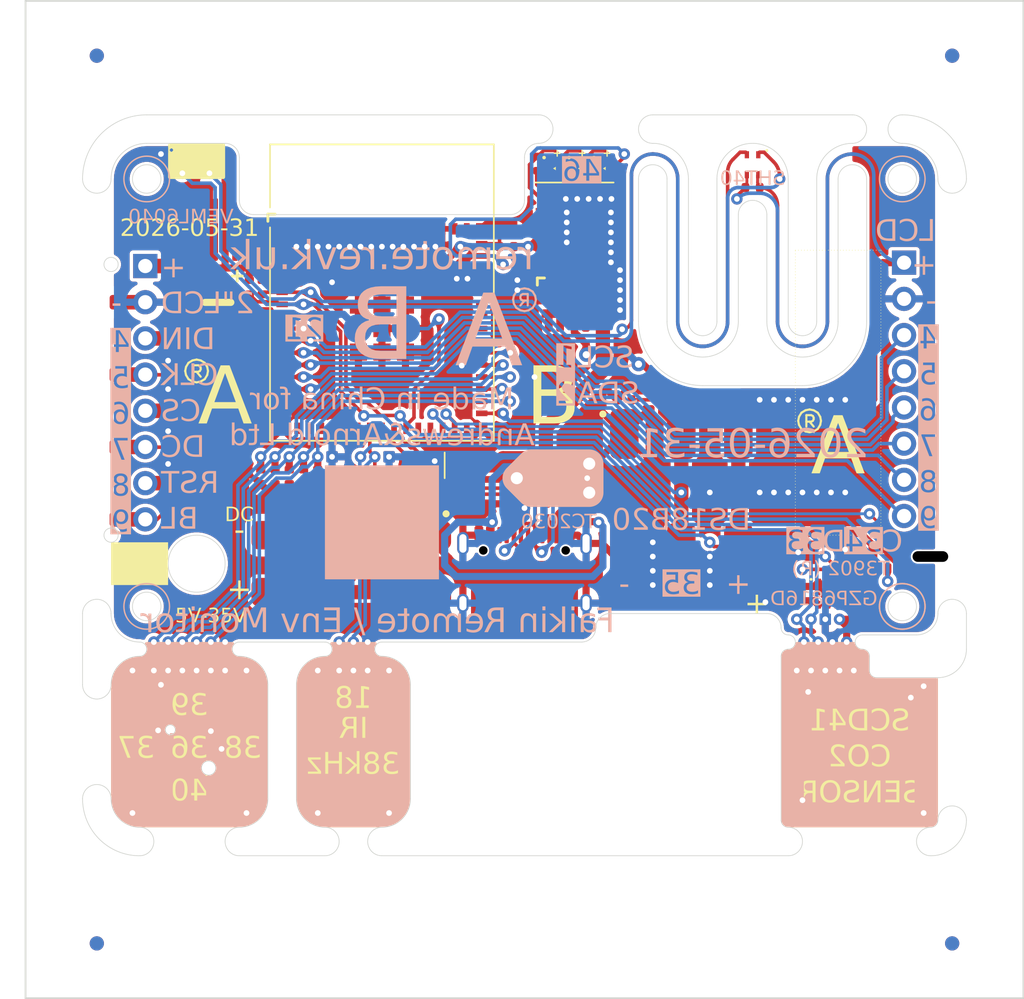
<source format=kicad_pcb>
(kicad_pcb (version 20241229) (generator "pcbnew") (generator_version "9.0")
  (title_block (title "Remote") (comment 1 "www.me.uk") (comment 2 "@TheRealRevK") (comment 3 "Adrian Kennard Andrews & Arnold Ltd"))
  (layers (0 "F.Cu" signal) (2 "B.Cu" signal) (13 "F.Paste" user) (15 "B.Paste" user) (5 "F.SilkS" user "F.Silkscreen") (7 "B.SilkS" user "B.Silkscreen") (1 "F.Mask" user) (3 "B.Mask" user) (25 "Edge.Cuts" user))
  (net 0 "")
  (net 1 "GND")
  (net 2 "+3.3V")
  (net 3 "Net-(U1-EN)")
  (net 4 "DC")
  (net 5 "Net-(D4-O)")
  (net 6 "LED")
  (net 7 "Net-(D19-A)")
  (net 8 "VBUS")
  (net 9 "TEMP")
  (net 10 "Net-(J5-Pin_2)")
  (net 11 "D-")
  (net 12 "D+")
  (net 15 "Net-(J6-CC2)")
  (net 16 "Net-(J6-CC1)")
  (net 20 "SDA")
  (net 33 "SCL")
  (net 48 "CS")
  (net 49 "CLK")
  (net 50 "DIN")
  (net 51 "RST")
  (net 52 "BL")
  (net 53 "VDC")
  (net 58 "P")
  (net 59 "E")
  (net 60 "N")
  (net 61 "S")
  (net 62 "W")
  (net 64 "Net-(D5-O)")
  (net 66 "MDATA")
  (net 67 "MCLK")
  (net 68 "Net-(U6-VCC)")
  (net 69 "IR")
  (footprint "RevK:C_0402" (layer "F.Cu") (at 100.925 76.425 -90)
    (property "Reference" "C8" (hide yes))
    (property "Value" "100nF" (hide yes))
  )
  (footprint "RevK:R_0402_" (layer "F.Cu") (at 104.8 87.9 180)
    (property "Reference" "R27" (hide yes))
    (property "Value" "1M" (hide yes))
  )
  (footprint "RevK:R_0402" (layer "F.Cu") (at 98.75 100.8 90)
    (property "Reference" "R3" (hide yes))
    (property "Value" "5K1" (hide yes))
  )
  (footprint "RevK:R_0402_" (layer "F.Cu") (at 101.199999 87.9 180)
    (property "Reference" "R18" (hide yes))
    (property "Value" "39k2" (hide yes))
  )
  (footprint "RevK:Switch-Nav5" (layer "F.Cu") (at 76.5 117.5 45)
    (property "Reference" "SW1" (hide yes))
    (property "Value" "~")
    (fp_circle (center 0 -1.9) (end 0.349999 -1.9) (stroke (width 0.05)) (fill no) (layer "Edge.Cuts"))
    (fp_circle (center 0 1.9) (end 0.5 1.899999) (stroke (width 0.05)) (fill no) (layer "Edge.Cuts"))
  )
  (footprint "RevK:C_0603_" (layer "F.Cu") (at 105.5 84.7 -90)
    (property "Reference" "C21" (hide yes))
    (property "Value" "10uF 35V")
  )
  (footprint "RevK:DFN1006-2L" (layer "F.Cu") (at 84.5 98.4 -90)
    (property "Reference" "D7" (hide yes))
    (property "Value" "~")
  )
  (footprint "RevK:VEML6040-Side" (layer "F.Cu") (at 77 76)
    (property "Reference" "U8" (hide yes))
    (property "Value" "VEML6040")
  )
  (footprint "RevK:TestPad" (layer "F.Cu") (at 88 112)
    (property "Reference" "TP24" (hide yes))
    (property "Value" "TestPoint")
  )
  (footprint "RevK:C_0402" (layer "F.Cu") (at 98.75 81.25)
    (property "Reference" "C3" (hide yes))
    (property "Value" "1uF" (hide yes))
  )
  (footprint "RevK:DFN1006-2L" (layer "F.Cu") (at 85.5 98.4 -90)
    (property "Reference" "D3" (hide yes))
    (property "Value" "~")
  )
  (footprint "RevK:TestPad" (layer "F.Cu") (at 120.1 112)
    (property "Reference" "TP18" (hide yes))
    (property "Value" "TestPoint")
  )
  (footprint "RevK:R_0402" (layer "F.Cu") (at 85.7 113.5 45)
    (property "Reference" "R9" (hide yes))
    (property "Value" "47R" (hide yes))
  )
  (footprint "RevK:C_0402" (layer "F.Cu") (at 78.4 78.1 180)
    (property "Reference" "C9" (hide yes))
    (property "Value" "100nF" (hide yes))
  )
  (footprint "RevK:TestPad" (layer "F.Cu") (at 89.5 97)
    (property "Reference" "TP21" (hide yes))
    (property "Value" "TestPoint")
  )
  (footprint "RevK:TestPad" (layer "F.Cu") (at 75 112)
    (property "Reference" "TP10" (hide yes))
    (property "Value" "TestPoint")
  )
  (footprint "RevK:DFN1006-2L" (layer "F.Cu") (at 83.5 98.4 -90)
    (property "Reference" "D8" (hide yes))
    (property "Value" "~")
  )
  (footprint "RevK:TestPadSquare" (layer "F.Cu") (at 121.1 112)
    (property "Reference" "TP20" (hide yes))
    (property "Value" "TestPoint")
  )
  (footprint "RevK:DFN1006-2L" (layer "F.Cu") (at 81.5 98.4 -90)
    (property "Reference" "D10" (hide yes))
    (property "Value" "~")
  )
  (footprint "RevK:C_0402" (layer "F.Cu") (at 81.6 83.25 90)
    (property "Reference" "C1" (hide yes))
    (property "Value" "100nF" (hide yes))
  )
  (footprint "RevK:TestPadSquare" (layer "F.Cu") (at 89 112)
    (property "Reference" "TP25" (hide yes))
    (property "Value" "TestPoint")
  )
  (footprint "RevK:TestPad" (layer "F.Cu") (at 76 112)
    (property "Reference" "TP9" (hide yes))
    (property "Value" "TestPoint")
  )
  (footprint "RevK:TestPad" (layer "F.Cu") (at 77 112)
    (property "Reference" "TP8" (hide yes))
    (property "Value" "TestPoint")
  )
  (footprint "RevK:R_0402" (layer "F.Cu") (at 98.75 82.25 180)
    (property "Reference" "R5" (hide yes))
    (property "Value" "10K" (hide yes))
  )
  (footprint "RevK:R_0402" (layer "F.Cu") (at 80.7 85.1 -90)
    (property "Reference" "R7" (hide yes))
    (property "Value" "4k7" (hide yes))
  )
  (footprint "RevK:TestPadSquare" (layer "F.Cu") (at 121.1 108.4)
    (property "Reference" "TP16" (hide yes))
    (property "Value" "TestPoint")
  )
  (footprint "RevK:TestPad" (layer "F.Cu") (at 88.5 97)
    (property "Reference" "TP23" (hide yes))
    (property "Value" "TestPoint")
  )
  (footprint "RevK:TestPad" (layer "F.Cu") (at 122.1 112)
    (property "Reference" "TP19" (hide yes))
    (property "Value" "TestPoint")
  )
  (footprint "RevK:C_0603_" (layer "F.Cu") (at 100.5 84.7 -90)
    (property "Reference" "C22" (hide yes))
    (property "Value" "10uF 6.3V")
  )
  (footprint "RevK:C_0402" (layer "F.Cu") (at 119.3 106.6 90)
    (property "Reference" "C10" (hide yes))
    (property "Value" "100nF" (hide yes))
  )
  (footprint "RevK:TestPad" (layer "F.Cu") (at 122.1 108.4)
    (property "Reference" "TP15" (hide yes))
    (property "Value" "TestPoint")
  )
  (footprint "RevK:C_0402" (layer "F.Cu") (at 114 93)
    (property "Reference" "C11" (hide yes))
    (property "Value" "100nF" (hide yes))
  )
  (footprint "RevK:LCD2" (layer "F.Cu") (at 100 92.5)
    (property "Reference" "J1" (hide yes))
    (property "Value" "LCD")
    (fp_circle (center -26.5 -15) (end -25.5 -15) (stroke (width 0.05)) (fill no) (layer "Edge.Cuts"))
    (fp_circle (center -26.5 15) (end -25.5 15) (stroke (width 0.05)) (fill no) (layer "Edge.Cuts"))
    (fp_circle (center 26.5 -15) (end 27.5 -15) (stroke (width 0.05)) (fill no) (layer "Edge.Cuts"))
    (fp_circle (center 26.5 15) (end 27.5 15) (stroke (width 0.05)) (fill no) (layer "Edge.Cuts"))
  )
  (footprint "RevK:SMD1010-Side2" (layer "F.Cu") (at 103.925 76.425)
    (property "Reference" "D5" (hide yes))
    (property "Value" "XL-1010RGBC-WS2812B" (hide yes))
  )
  (footprint "RevK:C_0402" (layer "F.Cu") (at 80.7 83.25 90)
    (property "Reference" "C2" (hide yes))
    (property "Value" "22uF" (hide yes))
  )
  (footprint "RevK:D_SOD-123" (layer "F.Cu") (at 103 98.75 -90)
    (property "Reference" "D20" (hide yes))
    (property "Value" "MBR0530")
  )
  (footprint "RevK:SMD1010-Side2" (layer "F.Cu") (at 102.175 76.425)
    (property "Reference" "D6" (hide yes))
    (property "Value" "XL-1010RGBC-WS2812B" (hide yes))
  )
  (footprint "RevK:C_0603_" (layer "F.Cu") (at 103 84 180)
    (property "Reference" "C23" (hide yes))
    (property "Value" "100nF")
  )
  (footprint "RevK:DFN1006-2L" (layer "F.Cu") (at 107 93)
    (property "Reference" "D11" (hide yes))
    (property "Value" "~")
  )
  (footprint "RevK:TestPad" (layer "F.Cu") (at 78 112)
    (property "Reference" "TP7" (hide yes))
    (property "Value" "TestPoint")
  )
  (footprint "RevK:C_0402" (layer "F.Cu") (at 121.7 111 180)
    (property "Reference" "C5" (hide yes))
    (property "Value" "100nF" (hide yes))
  )
  (footprint "RevK:TestPad" (layer "F.Cu") (at 74 112)
    (property "Reference" "TP11" (hide yes))
    (property "Value" "TestPoint")
  )
  (footprint "RevK:TestPad" (layer "F.Cu") (at 81.5 97)
    (property "Reference" "TP5" (hide yes))
    (property "Value" "TestPoint")
  )
  (footprint "RevK:SCD41" (layer "F.Cu") (at 123.5 117.5 -90)
    (property "Reference" "U2" (hide yes))
    (property "Value" "SCD41")
  )
  (footprint "RevK:C_0603" (layer "F.Cu") (at 88 121)
    (property "Reference" "C13" (hide yes))
    (property "Value" "47uF")
  )
  (footprint "RevK:DFN1006-2L" (layer "F.Cu") (at 89.5 98.4 90)
    (property "Reference" "D12" (hide yes))
    (property "Value" "~")
  )
  (footprint "RevK:WAGO-2060-453-998-404" (layer "F.Cu") (at 111 100 90)
    (property "Reference" "J3" (hide yes))
    (property "Value" "TEMP")
  )
  (footprint "RevK:USB-C-Socket-H" (layer "F.Cu") (at 100 103.57)
    (property "Reference" "J6" (hide yes))
    (property "Value" "USB-C-Socket-H")
  )
  (footprint "RevK:CP_EIA-3528-21_Kemet-B" (layer "F.Cu") (at 78.5 86.6625 90)
    (property "Reference" "C4" (hide yes))
    (property "Value" "220uF Tant")
  )
  (footprint "RevK:TestPad" (layer "F.Cu") (at 119.1 108.4)
    (property "Reference" "TP13" (hide yes))
    (property "Value" "TestPoint")
  )
  (footprint "RevK:C_0402" (layer "F.Cu") (at 123.9 103.5 180)
    (property "Reference" "C12" (hide yes))
    (property "Value" "100nF" (hide yes))
  )
  (footprint "RevK:TestPad" (layer "F.Cu") (at 119.1 112)
    (property "Reference" "TP17" (hide yes))
    (property "Value" "TestPoint")
  )
  (footprint "RevK:TestPadSquare" (layer "F.Cu") (at 79 112)
    (property "Reference" "TP12" (hide yes))
    (property "Value" "TestPoint")
  )
  (footprint "RevK:DFN1006-2L" (layer "F.Cu") (at 82.5 98.4 -90)
    (property "Reference" "D9" (hide yes))
    (property "Value" "~")
  )
  (footprint "RevK:TestPad" (layer "F.Cu") (at 87 112)
    (property "Reference" "TP26" (hide yes))
    (property "Value" "TestPoint")
  )
  (footprint "RevK:TestPad" (layer "F.Cu") (at 85.5 97)
    (property "Reference" "TP1" (hide yes))
    (property "Value" "TestPoint")
  )
  (footprint "RevK:WAGO-2060-452-998-404" (layer "F.Cu") (at 88.5 104.5)
    (property "Reference" "J2" (hide yes))
    (property "Value" "DC")
  )
  (footprint "RevK:VCUT70" (layer "F.Cu") (at 129 100 -90)
    (property "Reference" "V4" (hide yes))
    (property "Value" "~")
  )
  (footprint "RevK:SOT-23-6-MD8942" (layer "F.Cu") (at 103 86 180)
    (property "Reference" "U3" (hide yes))
    (property "Value" "MD8942")
  )
  (footprint "RevK:DFN1006-2L" (layer "F.Cu") (at 123.8 107.1 90)
    (property "Reference" "D14" (hide yes))
    (property "Value" "~")
  )
  (footprint "RevK:R_0402" (layer "F.Cu") (at 110 93)
    (property "Reference" "R13" (hide yes))
    (property "Value" "4k7" (hide yes))
  )
  (footprint "RevK:VCUT70" (layer "F.Cu") (at 100 75)
    (property "Reference" "V1" (hide yes))
    (property "Value" "~")
  )
  (footprint "RevK:Bosch_LGA-8_2x2.5mm_P0.65mm_ClockwisePinNumbering" (layer "F.Cu") (at 121.6 106.6)
    (property "Reference" "U5" (hide yes))
    (property "Value" "GZP6816D")
  )
  (footprint "RevK:DFN1006-2L" (layer "F.Cu") (at 123.8 105.3 -90)
    (property "Reference" "D13" (hide yes))
    (property "Value" "~")
  )
  (footprint "RevK:VCUT70" (layer "F.Cu") (at 100 123 180)
    (property "Reference" "V2" (hide yes))
    (property "Value" "~")
  )
  (footprint "RevK:L_4x4_" (layer "F.Cu") (at 103 81.4 180)
    (property "Reference" "L4" (hide yes))
    (property "Value" "10uH")
  )
  (footprint "RevK:Sensirion_DFN-4_1.5x1.5mm_P0.5mm_SHT4x-Side" (layer "F.Cu") (at 116 76.5 -90)
    (property "Reference" "U7" (hide yes))
    (property "Value" "SHT40")
  )
  (footprint "RevK:SMD1010-Side2" (layer "F.Cu") (at 105.675 76.425)
    (property "Reference" "D4" (hide yes))
    (property "Value" "XL-1010RGBC-WS2812B" (hide yes))
  )
  (footprint "RevK:ESP32-S3-MINI-1" (layer "F.Cu") (at 90 88)
    (property "Reference" "U1" (hide yes))
    (property "Value" "ESP32-S3-MINI-1" (hide yes))
  )
  (footprint "RevK:TestPad" (layer "F.Cu") (at 84.5 97)
    (property "Reference" "TP2" (hide yes))
    (property "Value" "TestPoint")
  )
  (footprint "RevK:TestPadSquare" (layer "F.Cu") (at 90.5 97)
    (property "Reference" "TP22" (hide yes))
    (property "Value" "TestPoint")
  )
  (footprint "RevK:TestPad" (layer "F.Cu") (at 120.1 108.4)
    (property "Reference" "TP14" (hide yes))
    (property "Value" "TestPoint")
  )
  (footprint "RevK:D_SOD-123" (layer "F.Cu") (at 93.3 97.6 180)
    (property "Reference" "D19" (hide yes))
    (property "Value" "MBR0530")
  )
  (footprint "RevK:TestPadSquare" (layer "F.Cu") (at 86.5 97)
    (property "Reference" "TP6" (hide yes))
    (property "Value" "TestPoint")
  )
  (footprint "RevK:PCB7070" (layer "F.Cu") (at 100 100)
    (property "Reference" "PCB1" (hide yes))
    (property "Value" "70x70" (hide yes))
    (fp_line (start -35 -35) (end 35 -35) (stroke (width 0.12)) (layer "Edge.Cuts"))
    (fp_line (start -35 35) (end -35 -35) (stroke (width 0.12)) (layer "Edge.Cuts"))
    (fp_line (start 35 -35) (end 35 35) (stroke (width 0.12)) (layer "Edge.Cuts"))
    (fp_line (start 35 35) (end -35 35) (stroke (width 0.12)) (layer "Edge.Cuts"))
  )
  (footprint "RevK:R_0402_" (layer "F.Cu") (at 103 87.9 180)
    (property "Reference" "R17" (hide yes))
    (property "Value" "124k" (hide yes))
  )
  (footprint "RevK:TestPad" (layer "F.Cu") (at 83.5 97)
    (property "Reference" "TP3" (hide yes))
    (property "Value" "TestPoint")
  )
  (footprint "RevK:VCUT70" (layer "F.Cu") (at 71 100 90)
    (property "Reference" "V3" (hide yes))
    (property "Value" "~")
  )
  (footprint "RevK:R_0402" (layer "F.Cu") (at 101.5 100.8 90)
    (property "Reference" "R4" (hide yes))
    (property "Value" "5K1" (hide yes))
  )
  (footprint "RevK:C_0402" (layer "F.Cu") (at 116 78.1)
    (property "Reference" "C6" (hide yes))
    (property "Value" "100nF" (hide yes))
  )
  (footprint "RevK:C_0402" (layer "F.Cu") (at 76.5 84.25 -90)
    (property "Reference" "C7" (hide yes))
    (property "Value" "100nF" (hide yes))
  )
  (footprint "RevK:IR-SMD-4P,3.35x3.9mm" (layer "F.Cu") (at 88 117.5 -90)
    (property "Reference" "U6" (hide yes))
    (property "Value" "IRMHF384")
  )
  (footprint "RevK:R_0402" (layer "F.Cu") (at 81.6 85.1 -90)
    (property "Reference" "R6" (hide yes))
    (property "Value" "4k7" (hide yes))
  )
  (footprint "RevK:TestPad" (layer "F.Cu") (at 82.5 97)
    (property "Reference" "TP4" (hide yes))
    (property "Value" "TestPoint")
  )
  (footprint "RevK:T3902_MEMS_Mic_Open" (layer "F.Cu") (at 126.8 104 90)
    (property "Reference" "T1" (hide yes))
    (property "Value" "T3902_MEMS_Mic")
  )
  (footprint "RevK:Tag-Connect_TC2030-IDC-NL_2x03_P1.27mm_Vertical" (layer "B.Cu") (at 102 98.5)
    (property "Reference" "J7" (hide yes))
    (property "Value" "TC2030-USB-NL-DS")
  )
  (footprint "RevK:AA-Pad" (layer "B.Cu") (at 90 88 180)
    (property "Reference" "J5" (hide yes))
    (property "Value" "Reset")
  )
  (footprint "RevK:PinHeader_1x08_P2.54mm_Vertical" (layer "B.Cu") (at 126.625 83.375 180)
    (property "Reference" "J4" (hide yes))
    (property "Value" "LCD")
  )
  (gr_rect (start 71 103) (end 75 106) (fill yes) (layer "F.SilkS"))
  (gr_line (start 100.75 77.75) (end 106.25 77.75) (stroke (width 0.12)) (layer "F.SilkS"))
  (gr_circle (center 73.5 107.5) (end 75.1 107.5) (stroke (width 0.1)) (fill no) (layer "B.SilkS"))
  (gr_rect (start 86 97.6) (end 94 105.6) (fill yes) (layer "B.SilkS"))
  (gr_circle (center 126.5 77.5) (end 128.1 77.5) (stroke (width 0.1)) (fill no) (layer "B.SilkS"))
  (gr_circle (center 126.5 107.5) (end 128.1 107.5) (stroke (width 0.1)) (fill no) (layer "B.SilkS"))
  (gr_circle (center 126.5 107.5) (end 128.1 107.5) (stroke (width 0.1)) (fill no) (layer "B.SilkS"))
  (gr_circle (center 73.5 77.5) (end 75.1 77.5) (stroke (width 0.1)) (fill no) (layer "B.SilkS"))
  (gr_arc (start 113.5 77.5) (mid 116 75) (end 118.5 77.5) (stroke (width 0.05)) (layer "Edge.Cuts"))
  (gr_line (start 110 77.5) (end 110 87.5) (stroke (width 0.05)) (layer "Edge.Cuts"))
  (gr_arc (start 80 125) (mid 79 124) (end 80 123) (stroke (width 0.05)) (layer "Edge.Cuts"))
  (gr_line (start 112.5 92) (end 119.5 92) (stroke (width 0.05)) (layer "Edge.Cuts"))
  (gr_line (start 73.5 75) (end 79 75) (stroke (width 0.05)) (layer "Edge.Cuts"))
  (gr_line (start 111.5 77.5) (end 111.5 87.5) (stroke (width 0.05)) (layer "Edge.Cuts"))
  (gr_line (start 106 108) (end 117 108) (stroke (width 0.05)) (layer "Edge.Cuts"))
  (gr_line (start 115 80) (end 115 87.5) (stroke (width 0.05)) (layer "Edge.Cuts"))
  (gr_arc (start 86 110) (mid 86.5 110.5) (end 86 111) (stroke (width 0.05)) (layer "Edge.Cuts"))
  (gr_arc (start 118.5 109.5) (mid 119 110) (end 118.5 110.5) (stroke (width 0.05)) (layer "Edge.Cuts"))
  (gr_arc (start 118 111) (mid 118.146447 110.646447) (end 118.5 110.5) (stroke (width 0.05)) (layer "Edge.Cuts"))
  (gr_arc (start 90 111) (mid 89.5 110.5) (end 90 110) (stroke (width 0.05)) (layer "Edge.Cuts"))
  (gr_arc (start 82 121) (mid 81.414214 122.414214) (end 80 123) (stroke (width 0.05)) (layer "Edge.Cuts"))
  (gr_arc (start 100 76) (mid 100.292893 75.292893) (end 101 75) (stroke (width 0.05)) (layer "Edge.Cuts"))
  (gr_line (start 82 121) (end 82 113) (stroke (width 0.05)) (layer "Edge.Cuts"))
  (gr_arc (start 71 77.5) (mid 70 78.5) (end 69 77.5) (stroke (width 0.05)) (layer "Edge.Cuts"))
  (gr_arc (start 86 123) (mid 84.585786 122.414214) (end 84 121) (stroke (width 0.05)) (layer "Edge.Cuts"))
  (gr_arc (start 117 108) (mid 117.707107 108.292893) (end 118 109) (stroke (width 0.05)) (layer "Edge.Cuts"))
  (gr_arc (start 105 109) (mid 104.707107 109.707107) (end 104 110) (stroke (width 0.05)) (layer "Edge.Cuts"))
  (gr_arc (start 131 122.5) (mid 130.267767 124.267767) (end 128.5 125) (stroke (width 0.05)) (layer "Edge.Cuts"))
  (gr_arc (start 118.5 123) (mid 118.146447 122.853553) (end 118 122.5) (stroke (width 0.05)) (layer "Edge.Cuts"))
  (gr_arc (start 73 123) (mid 71.585786 122.414214) (end 71 121) (stroke (width 0.05)) (layer "Edge.Cuts"))
  (gr_arc (start 71 113) (mid 70 114) (end 69 113) (stroke (width 0.05)) (layer "Edge.Cuts"))
  (gr_arc (start 69 77.5) (mid 70.318019 74.318019) (end 73.5 73) (stroke (width 0.05)) (layer "Edge.Cuts"))
  (gr_arc (start 123 73) (mid 124 74) (end 123 75) (stroke (width 0.05)) (layer "Edge.Cuts"))
  (gr_line (start 127.5 109.5) (end 123.7 109.5) (stroke (width 0.05)) (layer "Edge.Cuts"))
  (gr_arc (start 100 79) (mid 99.707107 79.707107) (end 99 80) (stroke (width 0.05)) (layer "Edge.Cuts"))
  (gr_circle (center 71 83.5) (end 71 84) (stroke (width 0.05)) (fill no) (layer "Edge.Cuts"))
  (gr_line (start 118.5 77.5) (end 118.5 87.5) (stroke (width 0.05)) (layer "Edge.Cuts"))
  (gr_arc (start 131 110.5) (mid 130.414214 111.914214) (end 129 112.5) (stroke (width 0.05)) (layer "Edge.Cuts"))
  (gr_line (start 122 77.5) (end 122 87.5) (stroke (width 0.05)) (layer "Edge.Cuts"))
  (gr_line (start 120.5 77.5) (end 120.5 87.5) (stroke (width 0.05)) (layer "Edge.Cuts"))
  (gr_line (start 131 108) (end 131 110.5) (stroke (width 0.05)) (layer "Edge.Cuts"))
  (gr_arc (start 86 123) (mid 87 124) (end 86 125) (stroke (width 0.05)) (layer "Edge.Cuts"))
  (gr_line (start 101 73) (end 73.5 73) (stroke (width 0.05)) (layer "Edge.Cuts"))
  (gr_arc (start 129 108) (mid 130 107) (end 131 108) (stroke (width 0.05)) (layer "Edge.Cuts"))
  (gr_arc (start 112.5 92) (mid 109.318019 90.681981) (end 108 87.5) (stroke (width 0.05)) (layer "Edge.Cuts"))
  (gr_arc (start 120.5 77.5) (mid 121.232233 75.732233) (end 123 75) (stroke (width 0.05)) (layer "Edge.Cuts"))
  (gr_arc (start 124.7 112.5) (mid 124.346447 112.353553) (end 124.2 112) (stroke (width 0.05)) (layer "Edge.Cuts"))
  (gr_arc (start 90 125) (mid 89 124) (end 90 123) (stroke (width 0.05)) (layer "Edge.Cuts"))
  (gr_arc (start 73 110) (mid 73.5 110.5) (end 73 111) (stroke (width 0.05)) (layer "Edge.Cuts"))
  (gr_arc (start 92 121) (mid 91.414214 122.414214) (end 90 123) (stroke (width 0.05)) (layer "Edge.Cuts"))
  (gr_line (start 92 113) (end 92 121) (stroke (width 0.05)) (layer "Edge.Cuts"))
  (gr_arc (start 109 75) (mid 108 74) (end 109 73) (stroke (width 0.05)) (layer "Edge.Cuts"))
  (gr_arc (start 80 111) (mid 79.5 110.5) (end 80 110) (stroke (width 0.05)) (layer "Edge.Cuts"))
  (gr_arc (start 118.5 123) (mid 119.5 124) (end 118.5 125) (stroke (width 0.05)) (layer "Edge.Cuts"))
  (gr_line (start 123 73) (end 109 73) (stroke (width 0.05)) (layer "Edge.Cuts"))
  (gr_arc (start 115 87.5) (mid 112.5 90) (end 110 87.5) (stroke (width 0.05)) (layer "Edge.Cuts"))
  (gr_line (start 69 108) (end 69 113) (stroke (width 0.05)) (layer "Edge.Cuts"))
  (gr_arc (start 129 122.5) (mid 130 121.5) (end 131 122.5) (stroke (width 0.05)) (layer "Edge.Cuts"))
  (gr_arc (start 73 110) (mid 71.585786 109.414214) (end 71 108) (stroke (width 0.05)) (layer "Edge.Cuts"))
  (gr_line (start 124.2 111) (end 124.2 112) (stroke (width 0.05)) (layer "Edge.Cuts"))
  (gr_line (start 80 76) (end 80 79) (stroke (width 0.05)) (layer "Edge.Cuts"))
  (gr_line (start 90 125) (end 118.5 125) (stroke (width 0.05)) (layer "Edge.Cuts"))
  (gr_arc (start 101 73) (mid 102 74) (end 101 75) (stroke (width 0.05)) (layer "Edge.Cuts"))
  (gr_arc (start 122 77.5) (mid 123 76.5) (end 124 77.5) (stroke (width 0.05)) (layer "Edge.Cuts"))
  (gr_arc (start 115 80) (mid 116 79) (end 117 80) (stroke (width 0.05)) (layer "Edge.Cuts"))
  (gr_arc (start 120.5 87.5) (mid 119.5 88.5) (end 118.5 87.5) (stroke (width 0.05)) (layer "Edge.Cuts"))
  (gr_line (start 117 80) (end 117 87.5) (stroke (width 0.05)) (layer "Edge.Cuts"))
  (gr_arc (start 90 111) (mid 91.414214 111.585786) (end 92 113) (stroke (width 0.05)) (layer "Edge.Cuts"))
  (gr_line (start 104 110) (end 90 110) (stroke (width 0.05)) (layer "Edge.Cuts"))
  (gr_line (start 113.5 77.5) (end 113.5 87.5) (stroke (width 0.05)) (layer "Edge.Cuts"))
  (gr_arc (start 69 121) (mid 70 120) (end 71 121) (stroke (width 0.05)) (layer "Edge.Cuts"))
  (gr_arc (start 71 77.5) (mid 71.732233 75.732233) (end 73.5 75) (stroke (width 0.05)) (layer "Edge.Cuts"))
  (gr_arc (start 124 87.5) (mid 122.681981 90.681981) (end 119.5 92) (stroke (width 0.05)) (layer "Edge.Cuts"))
  (gr_arc (start 108 77.5) (mid 109 76.5) (end 110 77.5) (stroke (width 0.05)) (layer "Edge.Cuts"))
  (gr_arc (start 109 75) (mid 110.767767 75.732233) (end 111.5 77.5) (stroke (width 0.05)) (layer "Edge.Cuts"))
  (gr_arc (start 84 113) (mid 84.585786 111.585786) (end 86 111) (stroke (width 0.05)) (layer "Edge.Cuts"))
  (gr_line (start 86 110) (end 80 110) (stroke (width 0.05)) (layer "Edge.Cuts"))
  (gr_arc (start 126.5 73) (mid 129.681981 74.318019) (end 131 77.5) (stroke (width 0.05)) (layer "Edge.Cuts"))
  (gr_arc (start 79 75) (mid 79.707107 75.292893) (end 80 76) (stroke (width 0.05)) (layer "Edge.Cuts"))
  (gr_line (start 84 113) (end 84 121) (stroke (width 0.05)) (layer "Edge.Cuts"))
  (gr_arc (start 123.7 110.5) (mid 123.2 110) (end 123.7 109.5) (stroke (width 0.05)) (layer "Edge.Cuts"))
  (gr_arc (start 122 87.5) (mid 119.5 90) (end 117 87.5) (stroke (width 0.05)) (layer "Edge.Cuts"))
  (gr_arc (start 118.5 109.5) (mid 118.146447 109.353553) (end 118 109) (stroke (width 0.05)) (layer "Edge.Cuts"))
  (gr_arc (start 80 111) (mid 81.414214 111.585786) (end 82 113) (stroke (width 0.05)) (layer "Edge.Cuts"))
  (gr_line (start 108 77.5) (end 108 87.5) (stroke (width 0.05)) (layer "Edge.Cuts"))
  (gr_line (start 100 79) (end 100 76) (stroke (width 0.05)) (layer "Edge.Cuts"))
  (gr_arc (start 129 122.5) (mid 128.853553 122.853553) (end 128.5 123) (stroke (width 0.05)) (layer "Edge.Cuts"))
  (gr_arc (start 113.5 87.5) (mid 112.5 88.5) (end 111.5 87.5) (stroke (width 0.05)) (layer "Edge.Cuts"))
  (gr_arc (start 131 77.5) (mid 130 78.5) (end 129 77.5) (stroke (width 0.05)) (layer "Edge.Cuts"))
  (gr_arc (start 105 109) (mid 105.292893 108.292893) (end 106 108) (stroke (width 0.05)) (layer "Edge.Cuts"))
  (gr_arc (start 69 108) (mid 70 107) (end 71 108) (stroke (width 0.05)) (layer "Edge.Cuts"))
  (gr_arc (start 128.5 125) (mid 127.5 124) (end 128.5 123) (stroke (width 0.05)) (layer "Edge.Cuts"))
  (gr_arc (start 81 80) (mid 80.292893 79.707107) (end 80 79) (stroke (width 0.05)) (layer "Edge.Cuts"))
  (gr_circle (center 71 102.5) (end 71 103) (stroke (width 0.05)) (fill no) (layer "Edge.Cuts"))
  (gr_arc (start 123.7 110.5) (mid 124.053553 110.646447) (end 124.2 111) (stroke (width 0.05)) (layer "Edge.Cuts"))
  (gr_line (start 124.7 112.5) (end 129 112.5) (stroke (width 0.05)) (layer "Edge.Cuts"))
  (gr_arc (start 129 108) (mid 128.56066 109.06066) (end 127.5 109.5) (stroke (width 0.05)) (layer "Edge.Cuts"))
  (gr_line (start 86 125) (end 80 125) (stroke (width 0.05)) (layer "Edge.Cuts"))
  (gr_arc (start 126.5 75) (mid 125.5 74) (end 126.5 73) (stroke (width 0.05)) (layer "Edge.Cuts"))
  (gr_line (start 118 111) (end 118 122.5) (stroke (width 0.05)) (layer "Edge.Cuts"))
  (gr_arc (start 73 123) (mid 74 124) (end 73 125) (stroke (width 0.05)) (layer "Edge.Cuts"))
  (gr_arc (start 126.5 75) (mid 128.267767 75.732233) (end 129 77.5) (stroke (width 0.05)) (layer "Edge.Cuts"))
  (gr_line (start 81 80) (end 99 80) (stroke (width 0.05)) (layer "Edge.Cuts"))
  (gr_arc (start 71 113) (mid 71.585786 111.585786) (end 73 111) (stroke (width 0.05)) (layer "Edge.Cuts"))
  (gr_line (start 124 77.5) (end 124 87.5) (stroke (width 0.05)) (layer "Edge.Cuts"))
  (gr_arc (start 73 125) (mid 70.171573 123.828427) (end 69 121) (stroke (width 0.05)) (layer "Edge.Cuts"))
  (gr_circle (center 77 104.5) (end 79 104.5) (stroke (width 0.05)) (fill no) (layer "Edge.Cuts"))
  (gr_text "-" (at 80 102.3 180) (layer "F.SilkS") (effects (font (size 1.5 1.5))))
  (gr_text "DC" (at 80 101.1 0) (layer "F.SilkS") (effects (font (size 1 1))))
  (gr_text "." (at 90.4 115.8 0) (layer "F.SilkS" knockout) (effects (font (size 1 1)) (justify left bottom)))
  (gr_text "5V-35V" (at 80.5 108.2 0) (layer "F.SilkS") (effects (font (size 1 1)) (justify right)))
  (gr_text "${CURRENT_DATE}" (at 76.5 81 0) (layer "F.SilkS") (effects (font (size 1.2 1.2))))
  (gr_text "+" (at 80 106.3 180) (layer "F.SilkS") (effects (font (size 1.5 1.5))))
  (gr_text "B" (at 102 93 0) (layer "F.SilkS") (effects (font (size 4 4))))
  (gr_text "+" (at 116.3 107.3 180) (layer "F.SilkS") (effects (font (size 1.5 1.5))))
  (gr_text "®" (at 120 94.5 0) (layer "F.SilkS") (effects (font (size 1.2 1.2))))
  (gr_text "®" (at 77 91 0) (layer "F.SilkS") (effects (font (size 1.2 1.2))))
  (gr_text "." (at 74.9 75.65 0) (layer "F.SilkS" knockout) (effects (font (size 1 1)) (justify left bottom)))
  (gr_text "1" (at 125.7 114.3 0) (layer "F.SilkS" knockout) (effects (font (size 1 1)) (justify left bottom)))
  (gr_text "A" (at 79 93 0) (layer "F.SilkS") (effects (font (size 4 4))))
  (gr_text "A" (at 122 96.5 0) (layer "F.SilkS") (effects (font (size 4 4))))
  (gr_text "." (at 81 119.5 0) (layer "F.SilkS" knockout) (effects (font (size 1 1)) (justify left bottom)))
  (gr_text "40" (at 76.5 120.5 0) (layer "B.SilkS" knockout) (effects (font (size 1.5 1.5)) (justify mirror)))
  (gr_text "LCD" (at 124.6 82.1 0) (layer "B.SilkS") (effects (font (size 1.5 1.5)) (justify right bottom mirror)))
  (gr_text "21" (at 83.2 89 0) (layer "B.SilkS" knockout) (effects (font (size 1.5 1.5)) (justify right bottom mirror)))
  (gr_text "34" (at 123.8 103.9 0) (layer "B.SilkS" knockout) (effects (font (size 1.5 1.5)) (justify bottom mirror)))
  (gr_text "35" (at 111 106 0) (layer "B.SilkS" knockout) (effects (font (size 1.5 1.5)) (justify mirror)))
  (gr_text "+" (at 115 106 0) (layer "B.SilkS") (effects (font (size 1.5 1.5)) (justify mirror)))
  (gr_text "4\n5\n6\n7\n8\n9" (at 71 102.5 0) (layer "B.SilkS" knockout) (effects (font (size 1.5 1.5)) (justify right bottom mirror)))
  (gr_text "4\n5\n6\n7\n8\n9" (at 129 102.25 0) (layer "B.SilkS" knockout) (effects (font (size 1.5 1.5)) (justify left bottom mirror)))
  (gr_text "TC2030" (at 102.4 101.6 0) (layer "B.SilkS") (effects (font (size 1 1)) (justify mirror)))
  (gr_text "SHT40" (at 116 77.5 0) (layer "B.SilkS") (effects (font (size 1 1)) (justify mirror)))
  (gr_text "remote.revk.uk" (at 90 83 0) (layer "B.SilkS") (effects (font (size 2 2)) (justify mirror)))
  (gr_text "33" (at 119.7 103.9 0) (layer "B.SilkS" knockout) (effects (font (size 1.5 1.5)) (justify bottom mirror)))
  (gr_text "-" (at 71 87.15 0) (layer "B.SilkS") (effects (font (size 1.5 1.5)) (justify right bottom mirror)))
  (gr_text "18" (at 88 114 0) (layer "B.SilkS" knockout) (effects (font (size 1.5 1.5)) (justify mirror)))
  (gr_text "+\n2{dblquote}LCD\nDIN\nCLK\nCS\nDC\nRST\nBL" (at 74.5 102.3 0) (layer "B.SilkS") (effects (font (size 1.5 1.5)) (justify right bottom mirror)))
  (gr_text "T3902 (R)" (at 122.2 104.9 0) (layer "B.SilkS") (effects (font (size 1 1)) (justify mirror)))
  (gr_text "GZP6816D" (at 121 107 0) (layer "B.SilkS") (effects (font (size 1 1)) (justify mirror)))
  (gr_text "®" (at 100 86 0) (layer "B.SilkS") (effects (font (size 1.2 1.2)) (justify mirror)))
  (gr_text "1\n2" (at 102.2 93.5 0) (layer "B.SilkS" knockout) (effects (font (size 1.5 1.5)) (justify right bottom mirror)))
  (gr_text "${CURRENT_DATE}" (at 116 96.2 0) (layer "B.SilkS") (effects (font (size 2 2)) (justify mirror)))
  (gr_text "D" (at 121.7 103.9 0) (layer "B.SilkS") (effects (font (size 1.5 1.5)) (justify bottom mirror)))
  (gr_text "38" (at 80.25 117.5 0) (layer "B.SilkS" knockout) (effects (font (size 1.5 1.5)) (justify mirror)))
  (gr_text "37" (at 72.75 117.5 0) (layer "B.SilkS" knockout) (effects (font (size 1.5 1.5)) (justify mirror)))
  (gr_text "Faikin Remote / Env Monitor" (at 89.7 108.6 0) (layer "B.SilkS") (effects (font (size 1.7 1.7)) (justify mirror)))
  (gr_text "Made in China for\nAndrews&Arnold Ltd" (at 90 94.3 0) (layer "B.SilkS") (effects (font (size 1.5 1.5)) (justify mirror)))
  (gr_text "DS18B20" (at 111 101.5 0) (layer "B.SilkS") (effects (font (size 1.5 1.5)) (justify mirror)))
  (gr_text "IR\n38kHz" (at 88 119.5 0) (layer "B.SilkS" knockout) (effects (font (size 1.5 1.5)) (justify bottom mirror)))
  (gr_text "VEML6040" (at 75.9 80.2 0) (layer "B.SilkS") (effects (font (size 1 1)) (justify mirror)))
  (gr_text "-" (at 107 106 0) (layer "B.SilkS") (effects (font (size 1.5 1.5)) (justify mirror)))
  (gr_text "SCD41\nCO2\nSENSOR" (at 123.5 121.5 0) (layer "B.SilkS" knockout) (effects (font (size 1.5 1.5)) (justify bottom mirror)))
  (gr_text "39" (at 76.5 114.5 0) (layer "B.SilkS" knockout) (effects (font (size 1.5 1.5)) (justify mirror)))
  (gr_text "46" (at 104 77 0) (layer "B.SilkS" knockout) (effects (font (size 1.5 1.5)) (justify mirror)))
  (gr_text "A" (at 97.5 88.5 0) (layer "B.SilkS") (effects (font (size 5 5)) (justify mirror)))
  (gr_text "C" (at 125.8 103.9 0) (layer "B.SilkS") (effects (font (size 1.5 1.5)) (justify bottom mirror)))
  (gr_text "+\n-" (at 128.9 87 0) (layer "B.SilkS") (effects (font (size 1.5 1.5)) (justify left bottom mirror)))
  (gr_text "SCL\nSDA" (at 103.7 93.5 0) (layer "B.SilkS") (effects (font (size 1.5 1.5)) (justify right bottom mirror)))
  (gr_text "36" (at 76.5 117.5 0) (layer "B.SilkS" knockout) (effects (font (size 1.5 1.5)) (justify mirror)))
  (segment (start 98.893494 80.526) (end 97.474 80.526) (width 0.5) (layer "F.Cu") (net 1))
  (segment (start 98.75 100.3) (end 98.098586 100.3) (width 0.25) (layer "F.Cu") (net 1))
  (segment (start 122.9 106.7) (end 121.552 106.7) (width 0.25) (layer "F.Cu") (net 1))
  (segment (start 76.05 75.65) (end 76.85 75.65) (width 0.5) (layer "F.Cu") (net 1))
  (segment (start 103.74 102.5) (end 104.32 103.08) (width 0.5) (layer "F.Cu") (net 1))
  (segment (start 128.25 82.4) (end 128.25 85.75) (width 0.25) (layer "F.Cu") (net 1))
  (segment (start 122.5 104.3) (end 122.5 103.5) (width 0.5) (layer "F.Cu") (net 1))
  (segment (start 119.5 115) (end 121 115) (width 0.5) (layer "F.Cu") (net 1))
  (segment (start 118.6 104.3) (end 118.6 106.1) (width 0.5) (layer "F.Cu") (net 1))
  (segment (start 123.8 104.8) (end 123 104.8) (width 0.5) (layer "F.Cu") (net 1))
  (segment (start 120.625 105.8) (end 120.325 106.1) (width 0.5) (layer "F.Cu") (net 1))
  (segment (start 121.275 106.977) (end 121.275 107.4) (width 0.5) (layer "F.Cu") (net 1))
  (segment (start 80 114) (end 80 113) (width 0.5) (layer "F.Cu") (net 1))
  (segment (start 97.474 80.526) (end 97 81) (width 0.5) (layer "F.Cu") (net 1))
  (segment (start 117.75 79.35) (end 117.75 87.5) (width 0.25) (layer "F.Cu") (net 1))
  (segment (start 97 95) (end 95.6 93.6) (width 0.2) (layer "F.Cu") (net 1))
  (segment (start 98.098586 100.3) (end 96.8 101.598586) (width 0.25) (layer "F.Cu") (net 1))
  (segment (start 76.85 75.65) (end 77 75.8) (width 0.5) (layer "F.Cu") (net 1))
  (segment (start 120.625 105.8) (end 120.625 106.327) (width 0.5) (layer "F.Cu") (net 1))
  (segment (start 116.351 77.249) (end 116.351 77.740282) (width 0.2) (layer "F.Cu") (net 1))
  (segment (start 121 115) (end 122.3 116.3) (width 0.5) (layer "F.Cu") (net 1))
  (segment (start 127.5 115) (end 123.6 115) (width 0.5) (layer "F.Cu") (net 1))
  (segment (start 123.6 115) (end 122.3 116.3) (width 0.5) (layer "F.Cu") (net 1))
  (segment (start 95.6 93.6) (end 95.6 90.6) (width 0.2) (layer "F.Cu") (net 1))
  (segment (start 121.552 106.7) (end 121.275 106.977) (width 0.25) (layer "F.Cu") (net 1))
  (segment (start 99.25 81.25) (end 99.25 80.882506) (width 0.5) (layer "F.Cu") (net 1))
  (segment (start 120.325 106.1) (end 119.3 106.1) (width 0.5) (layer "F.Cu") (net 1))
  (segment (start 89 112) (end 89 110) (width 0.25) (layer "F.Cu") (net 1))
  (segment (start 121.2 110.8) (end 121.6 110.4) (width 0.5) (layer "F.Cu") (net 1))
  (segment (start 124.499166 78.649166) (end 128.25 82.4) (width 0.25) (layer "F.Cu") (net 1))
  (segment (start 128.085 85.915) (end 128.25 85.75) (width 0.25) (layer "F.Cu") (net 1))
  (segment (start 121.25 87.5) (end 121.25 77.5) (width 0.25) (layer "F.Cu") (net 1))
  (segment (start 124.499166 77.2) (end 124.499166 78.649166) (width 0.25) (layer "F.Cu") (net 1))
  (segment (start 78.833452 115.166548) (end 80 114) (width 0.5) (layer "F.Cu") (net 1))
  (segment (start 103.2 102.5) (end 103.74 102.5) (width 0.5) (layer "F.Cu") (net 1))
  (segment (start 99.25 80.882506) (end 98.893494 80.526) (width 0.5) (layer "F.Cu") (net 1))
  (segment (start 96.8 101.598586) (end 96.8 102.5) (width 0.25) (layer "F.Cu") (net 1))
  (segment (start 121.6 110.4) (end 121.6 110) (width 0.5) (layer "F.Cu") (net 1))
  (segment (start 80 113) (end 79 112) (width 0.5) (layer "F.Cu") (net 1))
  (segment (start 77 75.8) (end 77 77.614702) (width 0.5) (layer "F.Cu") (net 1))
  (segment (start 76.05 75.65) (end 74.6 75.65) (width 0.5) (layer "F.Cu") (net 1))
  (segment (start 119.2 103.7) (end 118.6 104.3) (width 0.5) (layer "F.Cu") (net 1))
  (segment (start 83 95) (end 84.4 93.6) (width 0.2) (layer "F.Cu") (net 1))
  (segment (start 84.4 93.6) (end 85.8 93.6) (width 0.2) (layer "F.Cu") (net 1))
  (segment (start 126.625 85.915) (end 128.085 85.915) (width 0.25) (layer "F.Cu") (net 1))
  (segment (start 123.8 107.6) (end 122.9 106.7) (width 0.25) (layer "F.Cu") (net 1))
  (segment (start 118.6 106.1) (end 119.3 106.1) (width 0.5) (layer "F.Cu") (net 1))
  (segment (start 120.625 106.327) (end 121.275 106.977) (width 0.5) (layer "F.Cu") (net 1))
  (segment (start 123 104.8) (end 122.5 104.3) (width 0.5) (layer "F.Cu") (net 1))
  (segment (start 74.6 75.65) (end 74.5 75.75) (width 0.5) (layer "F.Cu") (net 1))
  (via (at 90.75 82.25) (size 0.8) (drill 0.4) (layers "F.Cu" "B.Cu") (net 1))
  (via (at 120.5 99.5) (size 0.8) (drill 0.4) (layers "F.Cu" "B.Cu") (net 1))
  (via (at 106.7 85.3) (size 0.8) (drill 0.4) (layers "F.Cu" "B.Cu") (net 1))
  (via (at 79 110) (size 0.8) (drill 0.4) (layers "F.Cu" "B.Cu") (net 1))
  (via (at 95.6 90.6) (size 0.8) (drill 0.4) (layers "F.Cu" "B.Cu") (net 1))
  (via (at 100.7 91.4) (size 0.8) (drill 0.4) (layers "F.Cu" "B.Cu") (net 1))
  (via (at 106.7 86) (size 0.8) (drill 0.4) (layers "F.Cu" "B.Cu") (net 1))
  (via (at 119.5 99.5) (size 0.8) (drill 0.4) (layers "F.Cu" "B.Cu") (net 1))
  (via (at 75 90.25) (size 0.8) (drill 0.4) (layers "F.Cu" "B.Cu") (net 1))
  (via (at 123.1 112) (size 0.8) (drill 0.4) (layers "F.Cu" "B.Cu") (net 1))
  (via (at 90.5 112) (size 0.8) (drill 0.4) (layers "F.Cu" "B.Cu") (net 1))
  (via (at 109 105) (size 0.8) (drill 0.4) (layers "F.Cu" "B.Cu") (net 1))
  (via (at 102.9 78.9) (size 0.8) (drill 0.4) (layers "F.Cu" "B.Cu") (net 1))
  (via (at 122.5 103.5) (size 0.8) (drill 0.4) (layers "F.Cu" "B.Cu") (net 1))
  (via (at 106.7 86.7) (size 0.8) (drill 0.4) (layers "F.Cu" "B.Cu") (net 1))
  (via (at 106.7 83.9) (size 0.8) (drill 0.4) (layers "F.Cu" "B.Cu") (net 1))
  (via (at 99.5 84.6) (size 0.8) (drill 0.4) (layers "F.Cu" "B.Cu") (net 1))
  (via (at 106.0625 82.65) (size 0.8) (drill 0.4) (layers "F.Cu" "B.Cu") (net 1))
  (via (at 106.0625 79.85) (size 0.8) (drill 0.4) (layers "F.Cu" "B.Cu") (net 1))
  (via (at 86.5 84.75) (size 0.8) (drill 0.4) (layers "F.Cu" "B.Cu") (net 1))
  (via (at 122.5 93) (size 0.8) (drill 0.4) (layers "F.Cu" "B.Cu") (net 1))
  (via (at 93.75 82.25) (size 0.8) (drill 0.4) (layers "F.Cu" "B.Cu") (net 1))
  (via (at 96 84.5) (size 0.8) (drill 0.4) (layers "F.Cu" "B.Cu") (net 1))
  (via (at 74.5 75.75) (size 0.8) (drill 0.4) (layers "F.Cu" "B.Cu") (net 1))
  (via (at 122.5 99.5) (size 0.8) (drill 0.4) (layers "F.Cu" "B.Cu") (net 1))
  (via (at 74.5 113) (size 0.8) (drill 0.4) (layers "F.Cu" "B.Cu") (net 1))
  (via (at 90 82.25) (size 0.8) (drill 0.4) (layers "F.Cu" "B.Cu") (net 1))
  (via (at 113 104) (size 0.8) (drill 0.4) (layers "F.Cu" "B.Cu") (net 1))
  (via (at 93.7 97.3) (size 0.8) (drill 0.4) (layers "F.Cu" "B.Cu") (net 1))
  (via (at 109 104) (size 0.8) (drill 0.4) (layers "F.Cu" "B.Cu") (net 1))
  (via (at 102.9625 80.55) (size 0.8) (drill 0.4) (layers "F.Cu" "B.Cu") (net 1))
  (via (at 116.5 93) (size 0.8) (drill 0.4) (layers "F.Cu" "B.Cu") (net 1))
  (via (at 89 110) (size 0.8) (drill 0.4) (layers "F.Cu" "B.Cu") (net 1))
  (via (at 116.5 99.5) (size 0.8) (drill 0.4) (layers "F.Cu" "B.Cu") (net 1))
  (via (at 121.6 110) (size 0.8) (drill 0.4) (layers "F.Cu" "B.Cu") (net 1))
  (via (at 119.5 93) (size 0.8) (drill 0.4) (layers "F.Cu" "B.Cu") (net 1))
  (via (at 113 99.5) (size 0.8) (drill 0.4) (layers "F.Cu" "B.Cu") (net 1))
  (via (at 85.5 112) (size 0.8) (drill 0.4) (layers "F.Cu" "B.Cu") (net 1))
  (via (at 75 97.5) (size 0.8) (drill 0.4) (layers "F.Cu" "B.Cu") (net 1))
  (via (at 102.9625 81.25) (size 0.8) (drill 0.4) (layers "F.Cu" "B.Cu") (net 1))
  (via (at 88.5 82.25) (size 0.8) (drill 0.4) (layers "F.Cu" "B.Cu") (net 1))
  (via (at 72.5 112) (size 0.8) (drill 0.4) (layers "F.Cu" "B.Cu") (net 1))
  (via (at 80.5 112) (size 0.8) (drill 0.4) (layers "F.Cu" "B.Cu") (net 1))
  (via (at 118.5 99.5) (size 0.8) (drill 0.4) (layers "F.Cu" "B.Cu") (net 1))
  (via (at 104.5 78.9) (size 0.8) (drill 0.4) (layers "F.Cu" "B.Cu") (net 1))
  (via (at 128 113.1) (size 0.8) (drill 0.4) (layers "F.Cu" "B.Cu") (net 1))
  (via (at 121.5 99.5) (size 0.8) (drill 0.4) (layers "F.Cu" "B.Cu") (net 1))
  (via (at 100 100.6) (size 0.8) (drill 0.4) (layers "F.Cu" "B.Cu") (net 1))
  (via (at 119.2 103.7) (size 0.8) (drill 0.4) (layers "F.Cu" "B.Cu") (net 1))
  (via (at 113 105) (size 0.8) (drill 0.4) (layers "F.Cu" "B.Cu") (net 1))
  (via (at 89.25 82.25) (size 0.8) (drill 0.4) (layers "F.Cu" "B.Cu") (net 1))
  (via (at 99.5 85.3) (size 0.8) (drill 0.4) (layers "F.Cu" "B.Cu") (net 1))
  (via (at 116.9 107.2) (size 0.8) (drill 0.4) (layers "F.Cu" "B.Cu") (net 1))
  (via (at 128 122) (size 0.8) (drill 0.4) (layers "F.Cu" "B.Cu") (net 1))
  (via (at 84 82.25) (size 0.8) (drill 0.4) (layers "F.Cu" "B.Cu") (net 1))
  (via (at 85.5 122) (size 0.8) (drill 0.4) (layers "F.Cu" "B.Cu") (net 1))
  (via (at 106.7 84.6) (size 0.8) (drill 0.4) (layers "F.Cu" "B.Cu") (net 1))
  (via (at 85.5 82.25) (size 0.8) (drill 0.4) (layers "F.Cu" "B.Cu") (net 1))
  (via (at 106.0625 81.25) (size 0.8) (drill 0.4) (layers "F.Cu" "B.Cu") (net 1))
  (via (at 119.9 113.5) (size 0.8) (drill 0.4) (layers "F.Cu" "B.Cu") (net 1))
  (via (at 104.4 98.5) (size 0.8) (drill 0.4) (layers "F.Cu" "B.Cu") (net 1))
  (via (at 118.5 93) (size 0.8) (drill 0.4) (layers "F.Cu" "B.Cu") (net 1))
  (via (at 80.5 122) (size 0.8) (drill 0.4) (layers "F.Cu" "B.Cu") (net 1))
  (via (at 109 103) (size 0.8) (drill 0.4) (layers "F.Cu" "B.Cu") (net 1))
  (via (at 109 106) (size 0.8) (drill 0.4) (layers "F.Cu" "B.Cu") (net 1))
  (via (at 106.1 78.9) (size 0.8) (drill 0.4) (layers "F.Cu" "B.Cu") (net 1))
  (via (at 120.5 93) (size 0.8) (drill 0.4) (layers "F.Cu" "B.Cu") (net 1))
  (via (at 86.25 82.25) (size 0.8) (drill 0.4) (layers "F.Cu" "B.Cu") (net 1))
  (via (at 90.5 122) (size 0.8) (drill 0.4) (layers "F.Cu" "B.Cu") (net 1))
  (via (at 75 95.2) (size 0.8) (drill 0.4) (layers "F.Cu" "B.Cu") (net 1))
  (via (at 87.75 82.25) (size 0.8) (drill 0.4) (layers "F.Cu" "B.Cu") (net 1))
  (via (at 106.0625 80.55) (size 0.8) (drill 0.4) (layers "F.Cu" "B.Cu") (net 1))
  (via (at 102.9625 81.95) (size 0.8) (drill 0.4) (layers "F.Cu" "B.Cu") (net 1))
  (via (at 75 92.25) (size 0.8) (drill 0.4) (layers "F.Cu" "B.Cu") (net 1))
  (via (at 74.3 116.2) (size 0.8) (drill 0.4) (layers "F.Cu" "B.Cu") (net 1))
  (via (at 72.5 122) (size 0.8) (drill 0.4) (layers "F.Cu" "B.Cu") (net 1))
  (via (at 91.5 82.25) (size 0.8) (drill 0.4) (layers "F.Cu" "B.Cu") (net 1))
  (via (at 92.25 82.25) (size 0.8) (drill 0.4) (layers "F.Cu" "B.Cu") (net 1))
  (via (at 103.7 78.9) (size 0.8) (drill 0.4) (layers "F.Cu" "B.Cu") (net 1))
  (via (at 117.5 99.5) (size 0.8) (drill 0.4) (layers "F.Cu" "B.Cu") (net 1))
  (via (at 106.0625 81.95) (size 0.8) (drill 0.4) (layers "F.Cu" "B.Cu") (net 1))
  (via (at 102.9625 79.85) (size 0.8) (drill 0.4) (layers "F.Cu" "B.Cu") (net 1))
  (via (at 87 82.25) (size 0.8) (drill 0.4) (layers "F.Cu" "B.Cu") (net 1))
  (via (at 106.0625 83.35) (size 0.8) (drill 0.4) (layers "F.Cu" "B.Cu") (net 1))
  (via (at 117.5 93) (size 0.8) (drill 0.4) (layers "F.Cu" "B.Cu") (net 1))
  (via (at 113 106) (size 0.8) (drill 0.4) (layers "F.Cu" "B.Cu") (net 1))
  (via (at 95.25 84.5) (size 0.8) (drill 0.4) (layers "F.Cu" "B.Cu") (net 1))
  (via (at 121.5 93) (size 0.8) (drill 0.4) (layers "F.Cu" "B.Cu") (net 1))
  (via (at 93 82.25) (size 0.8) (drill 0.4) (layers "F.Cu" "B.Cu") (net 1))
  (via (at 105.3 78.9) (size 0.8) (drill 0.4) (layers "F.Cu" "B.Cu") (net 1))
  (via (at 84.75 82.25) (size 0.8) (drill 0.4) (layers "F.Cu" "B.Cu") (net 1))
  (arc (start 117.75 87.5) (mid 118.262563 88.737437) (end 119.5 89.25) (width 0.25) (layer "F.Cu") (net 1))
  (arc (start 121.25 77.5) (mid 121.762563 76.262563) (end 123 75.75) (width 0.25) (layer "F.Cu") (net 1))
  (arc (start 119.5 89.25) (mid 120.737437 88.737437) (end 121.25 87.5) (width 0.25) (layer "F.Cu") (net 1))
  (arc (start 116.351 77.740282) (mid 116.389724 77.93496) (end 116.5 78.1) (width 0.2) (layer "F.Cu") (net 1))
  (arc (start 123 75.75) (mid 124.06066 76.18934) (end 124.5 77.25) (width 0.25) (layer "F.Cu") (net 1))
  (arc (start 116.5 78.1) (mid 117.383883 78.466117) (end 117.75 79.35) (width 0.25) (layer "F.Cu") (net 1))
  (segment (start 79 112) (end 79 110) (width 0.5) (layer "B.Cu") (net 1))
  (segment (start 88.31 88) (end 89.9 88) (width 0.5) (layer "B.Cu") (net 1))
  (segment (start 87.31 87) (end 85.5 87) (width 0.5) (layer "B.Cu") (net 1))
  (segment (start 88.31 88) (end 87.31 87) (width 0.5) (layer "B.Cu") (net 1))
  (segment (start 104.4 98.5) (end 104.115018 98.215018) (width 0.5) (layer "B.Cu") (net 1))
  (arc (start 104.115018 98.215018) (mid 103.727321 97.955966) (end 103.27 97.865) (width 0.5) (layer "B.Cu") (net 1))
  (segment (start 125.476 103.755084) (end 126.298 104.577084) (width 0.5) (layer "F.Cu") (net 2))
  (segment (start 126.499 119.803) (end 126.499 116.901) (width 0.25) (layer "F.Cu") (net 2))
  (segment (start 119.3 107.1) (end 118.151406 107.1) (width 0.5) (layer "F.Cu") (net 2))
  (segment (start 124.501 103.601) (end 124.4 103.5) (width 0.5) (layer "F.Cu") (net 2))
  (segment (start 100.925 75.925) (end 100.354 76.496) (width 0.25) (layer "F.Cu") (net 2))
  (segment (start 119.3 107.1) (end 120.325 107.1) (width 0.5) (layer "F.Cu") (net 2))
  (segment (start 79 79.9) (end 79 78.2) (width 0.5) (layer "F.Cu") (net 2))
  (segment (start 122.2 110.8) (end 122.376 110.624) (width 0.5) (layer "F.Cu") (net 2))
  (segment (start 115.041421 78.558578) (end 115.5 78.1) (width 0.25) (layer "F.Cu") (net 2))
  (segment (start 99.25 82.25) (end 101.05 82.25) (width 0.5) (layer "F.Cu") (net 2))
  (segment (start 79 76.8) (end 79 78) (width 0.5) (layer "F.Cu") (net 2))
  (segment (start 79 83.75) (end 79 79.9) (width 0.5) (layer "F.Cu") (net 2))
  (segment (start 78.9 75.65) (end 77.95 75.65) (width 0.5) (layer "F.Cu") (net 2))
  (segment (start 104.330002 89.834879) (end 104.5 89.664881) (width 0.5) (layer "F.Cu") (net 2))
  (segment (start 126.298 104.577084) (end 126.298 104.8375) (width 0.5) (layer "F.Cu") (net 2))
  (segment (start 110.5 92.680001) (end 108.319999 90.5) (width 0.5) (layer "F.Cu") (net 2))
  (segment (start 100.925 75.925) (end 101.35 75.5) (width 0.25) (layer "F.Cu") (net 2))
  (segment (start 125.125 83.375) (end 124.501 83.999) (width 0.5) (layer "F.Cu") (net 2))
  (segment (start 123.6 93.85) (end 116.55 93.85) (width 0.5) (layer "F.Cu") (net 2))
  (segment (start 78.5 83.75) (end 79 83.75) (width 0.5) (layer "F.Cu") (net 2))
  (segment (start 78.5 85.125) (end 78.5 83.75) (width 0.5) (layer "F.Cu") (net 2))
  (segment (start 80.7 83.75) (end 80.7 84.6) (width 0.5) (layer "F.Cu") (net 2))
  (segment (start 108.319999 90.5) (end 108 90.5) (width 0.5) (layer "F.Cu") (net 2))
  (segment (start 123.594999 102.375) (end 124.4 103.180001) (width 0.5) (layer "F.Cu") (net 2))
  (segment (start 115.425 102.375) (end 122.7 102.375) (width 0.5) (layer "F.Cu") (net 2))
  (segment (start 124.101 108.4) (end 124.501 108) (width 0.5) (layer "F.Cu") (net 2))
  (segment (start 104.35 76) (end 104.826 75.524) (width 0.25) (layer "F.Cu") (net 2))
  (segment (start 105.624 75.524) (end 106.1 76) (width 0.25) (layer "F.Cu") (net 2))
  (segment (start 74.875 83.75) (end 76.1 83.75) (width 0.5) (layer "F.Cu") (net 2))
  (segment (start 94 83.75) (end 95.5 82.25) (width 0.5) (layer "F.Cu") (net 2))
  (segment (start 120.849 117.249) (end 120.849 120.151) (width 0.25) (layer "F.Cu") (net 2))
  (segment (start 79 83.75) (end 80.5 83.75) (width 0.5) (layer "F.Cu") (net 2))
  (segment (start 127.1 113.9) (end 128.052 113.9) (width 0.25) (layer "F.Cu") (net 2))
  (segment (start 103.874 75.524) (end 104.35 76) (width 0.25) (layer "F.Cu") (net 2))
  (segment (start 113 103) (end 113.3 103.3) (width 0.25) (layer "F.Cu") (net 2))
  (segment (start 81.5 83.75) (end 80.5 83.75) (width 0.5) (layer "F.Cu") (net 2))
  (segment (start 103.076 75.524) (end 103.874 75.524) (width 0.25) (layer "F.Cu") (net 2))
  (segment (start 124.501 104.6) (end 124.501 108) (width 0.5) (layer "F.Cu") (net 2))
  (segment (start 124.4 103.5) (end 125.1385 103.5) (width 0.5) (layer "F.Cu") (net 2))
  (segment (start 102.6 76) (end 103.076 75.524) (width 0.25) (layer "F.Cu") (net 2))
  (segment (start 122.2 110.8) (end 122.2 111.9) (width 0.5) (layer "F.Cu") (net 2))
  (segment (start 124.4 103.180001) (end 124.4 103.5) (width 0.5) (layer "F.Cu") (net 2))
  (segment (start 100.354 78.104) (end 101.5 79.25) (width 0.25) (layer "F.Cu") (net 2))
  (segment (start 117.4 103.7) (end 115.2 103.7) (width 0.5) (layer "F.Cu") (net 2))
  (segment (start 79 78) (end 78.9 78.1) (width 0.5) (layer "F.Cu") (net 2))
  (segment (start 79 75.75) (end 78.9 75.65) (width 0.5) (layer "F.Cu") (net 2))
  (segment (start 87 112.2) (end 86.053553 113.146447) (width 0.25) (layer "F.Cu") (net 2))
  (segment (start 125.1385 103.5) (end 125.476 103.1625) (width 0.5) (layer "F.Cu") (net 2))
  (segment (start 110.5 93) (end 113.5 93) (width 0.5) (layer "F.Cu") (net 2))
  (segment (start 125.476 103.1625) (end 125.476 103.755084) (width 0.5) (layer "F.Cu") (net 2))
  (segment (start 124.501 83.999) (end 124.501 92.949) (width 0.5) (layer "F.Cu") (net 2))
  (segment (start 113.5 93.9) (end 115 95.4) (width 0.5) (layer "F.Cu") (net 2))
  (segment (start 126.625 83.375) (end 125.125 83.375) (width 0.5) (layer "F.Cu") (net 2))
  (segment (start 101.35 75.5) (end 102.1 75.5) (width 0.25) (layer "F.Cu") (net 2))
  (segment (start 128.501 115.599) (end 127.85 116.25) (width 0.25) (layer "F.Cu") (net 2))
  (segment (start 122.6 109.2) (end 122.6 110) (width 0.5) (layer "F.Cu") (net 2))
  (segment (start 122.1 108.4) (end 124.101 108.4) (width 0.5) (layer "F.Cu") (net 2))
  (segment (start 117.8 106.748594) (end 117.8 104.1) (width 0.5) (layer "F.Cu") (net 2))
  (segment (start 128.052 113.9) (end 128.501 114.349) (width 0.25) (layer "F.Cu") (net 2))
  (segment (start 128.501 114.349) (end 128.501 115.599) (width 0.25) (layer "F.Cu") (net 2))
  (segment (start 122.6 109.2) (end 122.6 108.9) (width 0.5) (layer "F.Cu") (net 2))
  (segment (start 117.8 104.1) (end 117.4 103.7) (width 0.5) (layer "F.Cu") (net 2))
  (segment (start 125.802 120.5) (end 126.499 119.803) (width 0.25) (layer "F.Cu") (net 2))
  (segment (start 113.5 93) (end 113.5 93.9) (width 0.5) (layer "F.Cu") (net 2))
  (segment (start 124.501 92.949) (end 123.6 93.85) (width 0.5) (layer "F.Cu") (net 2))
  (segment (start 113.65 103.3) (end 115 104.65) (width 0.25) (layer "F.Cu") (net 2))
  (segment (start 83 83.75) (end 81.5 83.75) (width 0.5) (layer "F.Cu") (net 2))
  (segment (start 83 83.75) (end 94 83.75) (width 0.5) (layer "F.Cu") (net 2))
  (segment (start 115 95.4) (end 115 104.65) (width 1) (layer "F.Cu") (net 2))
  (segment (start 78.948 79.752) (end 79 79.7) (width 0.25) (layer "F.Cu") (net 2))
  (segment (start 122.7 102.375) (end 123.594999 102.375) (width 0.5) (layer "F.Cu") (net 2))
  (segment (start 115.6 77.2) (end 115.6 77.858579) (width 0.2) (layer "F.Cu") (net 2))
  (segment (start 79 78.2) (end 78.9 78.1) (width 0.5) (layer "F.Cu") (net 2))
  (segment (start 122.376 110.224) (end 122.6 110) (width 0.5) (layer "F.Cu") (net 2))
  (segment (start 103.5 88.252472) (end 104.330002 89.082474) (width 0.5) (layer "F.Cu") (net 2))
  (segment (start 119.85 116.25) (end 120.849 117.249) (width 0.25) (layer "F.Cu") (net 2))
  (segment (start 122.376 110.624) (end 122.376 110.224) (width 0.5) (layer "F.Cu") (net 2))
  (segment (start 120.325 107.1) (end 120.625 107.4) (width 0.5) (layer "F.Cu") (net 2))
  (segment (start 81.6 83.75) (end 81.6 84.6) (width 0.5) (layer "F.Cu") (net 2))
  (segment (start 102.1 75.5) (end 102.6 76) (width 0.25) (layer "F.Cu") (net 2))
  (segment (start 113.3 103.3) (end 113.65 103.3) (width 0.25) (layer "F.Cu") (net 2))
  (segment (start 121.198 120.5) (end 125.802 120.5) (width 0.25) (layer "F.Cu") (net 2))
  (segment (start 77 83.75) (end 78.5 83.75) (width 0.5) (layer "F.Cu") (net 2))
  (segment (start 104.826 75.524) (end 105.624 75.524) (width 0.25) (layer "F.Cu") (net 2))
  (segment (start 116.55 93.85) (end 115 95.4) (width 0.5) (layer "F.Cu") (net 2))
  (segment (start 79 76.8) (end 79 75.75) (width 0.5) (layer "F.Cu") (net 2))
  (segment (start 76.1 83.75) (end 77 83.75) (width 0.5) (layer "F.Cu") (net 2))
  (segment (start 103.5 87.9) (end 103.5 88.252472) (width 0.5) (layer "F.Cu") (net 2))
  (segment (start 126.499 116.901) (end 127.15 116.25) (width 0.25) (layer "F.Cu") (net 2))
  (segment (start 101.5 79.25) (end 101.5 81.4) (width 0.25) (layer "F.Cu") (net 2))
  (segment (start 124.501 104.6) (end 124.501 103.601) (width 0.5) (layer "F.Cu") (net 2))
  (segment (start 79 79.9) (end 79 79.7) (width 0.5) (layer "F.Cu") (net 2))
  (segment (start 120.849 120.151) (end 121.198 120.5) (width 0.25) (layer "F.Cu") (net 2))
  (segment (start 110.5 92.680001) (end 110.5 93) (width 0.5) (layer "F.Cu") (net 2))
  (segment (start 100.354 76.496) (end 100.354 78.104) (width 0.25) (layer "F.Cu") (net 2))
  (segment (start 122.6 108.9) (end 122.1 108.4) (width 0.5) (layer "F.Cu") (net 2))
  (segment (start 118.151406 107.1) (end 117.8 106.748594) (width 0.5) (layer "F.Cu") (net 2))
  (segment (start 104.330002 89.082474) (end 104.330002 89.834879) (width 0.5) (layer "F.Cu") (net 2))
  (via (at 122.6 110) (size 0.8) (drill 0.4) (layers "F.Cu" "B.Cu") (net 2))
  (via (at 114.9 78.9) (size 0.8) (drill 0.4) (layers "F.Cu" "B.Cu") (net 2))
  (via (at 108 90.5) (size 1) (drill 0.5) (layers "F.Cu" "B.Cu") (net 2))
  (via (at 113 103) (size 0.8) (drill 0.4) (layers "F.Cu" "B.Cu") (net 2))
  (via (at 127.1 113.9) (size 0.8) (drill 0.4) (layers "F.Cu" "B.Cu") (net 2))
  (via (at 95.5 82.25) (size 0.8) (drill 0.4) (layers "F.Cu" "B.Cu") (net 2))
  (via (at 87 110) (size 0.8) (drill 0.4) (layers "F.Cu" "B.Cu") (net 2))
  (via (at 104.330002 89.834879) (size 1) (drill 0.5) (layers "F.Cu" "B.Cu") (net 2))
  (via (at 100.25 82.25) (size 0.8) (drill 0.4) (layers "F.Cu" "B.Cu") (net 2))
  (arc (start 114.9 78.9) (mid 114.936754 78.715224) (end 115.041421 78.558578) (width 0.25) (layer "F.Cu") (net 2))
  (arc (start 115.6 77.858579) (mid 115.57401 77.989235) (end 115.5 78.1) (width 0.2) (layer "F.Cu") (net 2))
  (segment (start 104.330002 89.834879) (end 104.664881 89.5) (width 0.5) (layer "B.Cu") (net 2))
  (segment (start 89.3 96.2) (end 88.5 97) (width 0.25) (layer "B.Cu") (net 2))
  (segment (start 107 89.5) (end 108 90.5) (width 0.5) (layer "B.Cu") (net 2))
  (segment (start 127.1 113.9) (end 123 113.9) (width 0.5) (layer "B.Cu") (net 2))
  (segment (start 106.672761 98.330069) (end 106.672761 98.327239) (width 0.25) (layer "B.Cu") (net 2))
  (segment (start 98.04835 96.2) (end 89.3 96.2) (width 0.25) (layer "B.Cu") (net 2))
  (segment (start 88.45 108.55) (end 88.45 97.05) (width 0.25) (layer "B.Cu") (net 2))
  (segment (start 95.5 82.25) (end 100.25 82.25) (width 0.5) (layer "B.Cu") (net 2))
  (segment (start 123 113.9) (end 122.1 113) (width 0.5) (layer "B.Cu") (net 2))
  (segment (start 115.865685 78.5) (end 116.5 78.5) (width 0.25) (layer "B.Cu") (net 2))
  (segment (start 110.842692 102.5) (end 106.672761 98.330069) (width 0.25) (layer "B.Cu") (net 2))
  (segment (start 87 110) (end 87 112) (width 0.25) (layer "B.Cu") (net 2))
  (segment (start 104.720522 96.375) (end 98.22335 96.375) (width 0.25) (layer "B.Cu") (net 2))
  (segment (start 106.672761 98.327239) (end 104.720522 96.375) (width 0.25) (layer "B.Cu") (net 2))
  (segment (start 104.664881 89.5) (end 107 89.5) (width 0.5) (layer "B.Cu") (net 2))
  (segment (start 117.75 79.75) (end 117.75 87.5) (width 0.25) (layer "B.Cu") (net 2))
  (segment (start 88.45 108.55) (end 87 110) (width 0.25) (layer "B.Cu") (net 2))
  (segment (start 121.25 87.5) (end 121.25 77.5) (width 0.25) (layer "B.Cu") (net 2))
  (segment (start 122.1 113) (end 122.1 112) (width 0.5) (layer "B.Cu") (net 2))
  (segment (start 113 103) (end 112.5 102.5) (width 0.25) (layer "B.Cu") (net 2))
  (segment (start 112.5 102.5) (end 110.842692 102.5) (width 0.25) (layer "B.Cu") (net 2))
  (segment (start 98.22335 96.375) (end 98.04835 96.2) (width 0.25) (layer "B.Cu") (net 2))
  (segment (start 124.5 77.25) (end 124.5 81.25) (width 0.25) (layer "B.Cu") (net 2))
  (arc (start 117.75 87.5) (mid 118.262563 88.737437) (end 119.5 89.25) (width 0.25) (layer "B.Cu") (net 2))
  (arc (start 114.9 78.9) (mid 115.34306 78.603957) (end 115.865685 78.5) (width 0.25) (layer "B.Cu") (net 2))
  (arc (start 123 75.75) (mid 124.06066 76.18934) (end 124.5 77.25) (width 0.25) (layer "B.Cu") (net 2))
  (arc (start 124.5 81.25) (mid 125.122398 82.752602) (end 126.625 83.375) (width 0.25) (layer "B.Cu") (net 2))
  (arc (start 121.25 77.5) (mid 121.762563 76.262563) (end 123 75.75) (width 0.25) (layer "B.Cu") (net 2))
  (arc (start 119.5 89.25) (mid 120.737437 88.737437) (end 121.25 87.5) (width 0.25) (layer "B.Cu") (net 2))
  (arc (start 116.5 78.5) (mid 117.383883 78.866117) (end 117.75 79.75) (width 0.25) (layer "B.Cu") (net 2))
  (segment (start 98.05 82.05) (end 98.25 82.25) (width 0.25) (layer "F.Cu") (net 3))
  (segment (start 97 82.05) (end 98.05 82.05) (width 0.25) (layer "F.Cu") (net 3))
  (segment (start 98.25 81.25) (end 98.25 82.25) (width 0.25) (layer "F.Cu") (net 3))
  (segment (start 73.5 96.325) (end 77.31434 96.325) (width 0.25) (layer "F.Cu") (net 4))
  (segment (start 82.3 91.33934) (end 82.3 91.05) (width 0.25) (layer "F.Cu") (net 4))
  (segment (start 82.3 91.05) (end 82.8 90.55) (width 0.25) (layer "F.Cu") (net 4))
  (segment (start 83 90.55) (end 85 90.55) (width 0.25) (layer "F.Cu") (net 4))
  (segment (start 77.31434 96.325) (end 82.3 91.33934) (width 0.25) (layer "F.Cu") (net 4))
  (via (at 85 90.55) (size 0.8) (drill 0.4) (layers "F.Cu" "B.Cu") (net 4))
  (segment (start 93.504852 90.421) (end 95.950852 87.975) (width 0.25) (layer "B.Cu") (net 4))
  (segment (start 95.950852 87.975) (end 99.73401 87.975) (width 0.25) (layer "B.Cu") (net 4))
  (segment (start 104.58401 92.825) (end 106.41599 92.825) (width 0.25) (layer "B.Cu") (net 4))
  (segment (start 124.86599 96.075) (end 126.525 96.075) (width 0.25) (layer "B.Cu") (net 4))
  (segment (start 124.41599 96.525) (end 124.86599 96.075) (width 0.25) (layer "B.Cu") (net 4))
  (segment (start 85 90.55) (end 85.129 90.421) (width 0.25) (layer "B.Cu") (net 4))
  (segment (start 110.11599 96.525) (end 124.41599 96.525) (width 0.25) (layer "B.Cu") (net 4))
  (segment (start 99.73401 87.975) (end 104.58401 92.825) (width 0.25) (layer "B.Cu") (net 4))
  (segment (start 85.129 90.421) (end 93.504852 90.421) (width 0.25) (layer "B.Cu") (net 4))
  (segment (start 106.41599 92.825) (end 110.11599 96.525) (width 0.25) (layer "B.Cu") (net 4))
  (segment (start 105.2 76) (end 104.35 76.85) (width 0.25) (layer "F.Cu") (net 5))
  (segment (start 107 75.95) (end 107 75.75) (width 0.25) (layer "F.Cu") (net 6))
  (segment (start 106.1 76.85) (end 107 75.95) (width 0.25) (layer "F.Cu") (net 6))
  (segment (start 97.9 82.9) (end 98.5 83.5) (width 0.25) (layer "F.Cu") (net 6))
  (segment (start 97 82.9) (end 97.9 82.9) (width 0.25) (layer "F.Cu") (net 6))
  (via (at 107 75.75) (size 0.8) (drill 0.4) (layers "F.Cu" "B.Cu") (net 6))
  (via (at 98.5 83.5) (size 0.8) (drill 0.4) (layers "F.Cu" "B.Cu") (net 6))
  (segment (start 97.9 82.9) (end 98.5 83.5) (width 0.25) (layer "B.Cu") (net 6))
  (segment (start 100.5 79.5) (end 99.674 80.326) (width 0.25) (layer "B.Cu") (net 6))
  (segment (start 101.110587 75.326) (end 100.914434 75.335566) (width 0.25) (layer "B.Cu") (net 6))
  (segment (start 94.8 80.7) (end 94.8 82.5) (width 0.25) (layer "B.Cu") (net 6))
  (segment (start 95.2 82.9) (end 97.9 82.9) (width 0.25) (layer "B.Cu") (net 6))
  (segment (start 99.674 80.326) (end 95.174 80.326) (width 0.25) (layer "B.Cu") (net 6))
  (segment (start 107 75.75) (end 106.576 75.326) (width 0.25) (layer "B.Cu") (net 6))
  (segment (start 100.914434 75.335566) (end 100.5 75.75) (width 0.25) (layer "B.Cu") (net 6))
  (segment (start 101.110587 75.326) (end 106.576 75.326) (width 0.25) (layer "B.Cu") (net 6))
  (segment (start 95.174 80.326) (end 94.8 80.7) (width 0.25) (layer "B.Cu") (net 6))
  (segment (start 94.8 82.5) (end 95.2 82.9) (width 0.25) (layer "B.Cu") (net 6))
  (segment (start 100.5 75.75) (end 100.5 79.5) (width 0.25) (layer "B.Cu") (net 6))
  (segment (start 88.9 101.4) (end 88.9 106.5) (width 1) (layer "F.Cu") (net 7))
  (segment (start 91.65 98.65) (end 88.9 101.4) (width 1) (layer "F.Cu") (net 7))
  (segment (start 83.85 106.5) (end 93.1 106.5) (width 1) (layer "F.Cu") (net 7))
  (segment (start 91.65 97.6) (end 91.65 98.65) (width 1) (layer "F.Cu") (net 7))
  (segment (start 97.6 101.61924) (end 97.633799 101.585441) (width 0.5) (layer "F.Cu") (net 8))
  (segment (start 102.446 101.554) (end 105.154 101.554) (width 0.5) (layer "F.Cu") (net 8))
  (segment (start 102.4 101.6) (end 102.446 101.554) (width 0.5) (layer "F.Cu") (net 8))
  (segment (start 97.6 102.5) (end 97.6 101.61924) (width 0.5) (layer "F.Cu") (net 8))
  (segment (start 102.4 101.6) (end 102.4 101) (width 0.5) (layer "F.Cu") (net 8))
  (segment (start 102.4 102.5) (end 102.4 101.6) (width 0.5) (layer "F.Cu") (net 8))
  (segment (start 102.4 101) (end 103 100.4) (width 0.5) (layer "F.Cu") (net 8))
  (segment (start 105.154 101.554) (end 105.2 101.6) (width 0.5) (layer "F.Cu") (net 8))
  (segment (start 97.633799 101.585441) (end 97.732385 101.585441) (width 0.5) (layer "F.Cu") (net 8))
  (via (at 105.2 101.6) (size 0.8) (drill 0.4) (layers "F.Cu" "B.Cu") (net 8))
  (via (at 97.732385 101.585441) (size 0.8) (drill 0.4) (layers "F.Cu" "B.Cu") (net 8))
  (segment (start 95.2 105.4) (end 104.8 105.4) (width 0.5) (layer "B.Cu") (net 8))
  (segment (start 100.564 97.699) (end 98.601 97.699) (width 0.5) (layer "B.Cu") (net 8))
  (segment (start 105.5 104.7) (end 105.5 101.9) (width 0.5) (layer "B.Cu") (net 8))
  (segment (start 95.314559 101.585441) (end 94.4 102.5) (width 0.5) (layer "B.Cu") (net 8))
  (segment (start 97.732385 98.567615) (end 97.732385 101.585441) (width 0.5) (layer "B.Cu") (net 8))
  (segment (start 98.601 97.699) (end 97.732385 98.567615) (width 0.5) (layer "B.Cu") (net 8))
  (segment (start 94.4 102.5) (end 94.4 104.6) (width 0.5) (layer "B.Cu") (net 8))
  (segment (start 104.8 105.4) (end 105.5 104.7) (width 0.5) (layer "B.Cu") (net 8))
  (segment (start 97.732385 101.585441) (end 95.314559 101.585441) (width 0.5) (layer "B.Cu") (net 8))
  (segment (start 94.4 104.6) (end 95.2 105.4) (width 0.5) (layer "B.Cu") (net 8))
  (segment (start 105.5 101.9) (end 105.2 101.6) (width 0.5) (layer "B.Cu") (net 8))
  (segment (start 107.5 93) (end 109.5 93) (width 0.25) (layer "F.Cu") (net 9))
  (segment (start 109.5 93) (end 109.5 93.9) (width 0.25) (layer "F.Cu") (net 9))
  (segment (start 109.5 93.9) (end 111 95.4) (width 0.25) (layer "F.Cu") (net 9))
  (segment (start 111 95.4) (end 111 104.65) (width 1) (layer "F.Cu") (net 9))
  (segment (start 97 93.95) (end 98.5 93.95) (width 0.25) (layer "F.Cu") (net 9))
  (via (at 111 99.5) (size 0.8) (drill 0.4) (layers "F.Cu" "B.Cu") (net 9))
  (via (at 98.5 93.95) (size 0.8) (drill 0.4) (layers "F.Cu" "B.Cu") (net 9))
  (segment (start 105.5 94.5) (end 110.5 99.5) (width 0.25) (layer "B.Cu") (net 9))
  (segment (start 99 94.5) (end 105.5 94.5) (width 0.25) (layer "B.Cu") (net 9))
  (segment (start 98.5 93.95) (end 98.5 94) (width 0.25) (layer "B.Cu") (net 9))
  (segment (start 98.5 94) (end 99 94.5) (width 0.25) (layer "B.Cu") (net 9))
  (segment (start 110.5 99.5) (end 111 99.5) (width 0.25) (layer "B.Cu") (net 9))
  (segment (start 92.25 94.25) (end 92.25 92.25) (width 0.25) (layer "F.Cu") (net 10))
  (segment (start 94 87.331929) (end 94.006929 87.325) (width 0.25) (layer "F.Cu") (net 10))
  (segment (start 94 90.5) (end 94 87.331929) (width 0.25) (layer "F.Cu") (net 10))
  (segment (start 92.25 92.25) (end 94 90.5) (width 0.25) (layer "F.Cu") (net 10))
  (segment (start 91.7 94.8) (end 92.25 94.25) (width 0.25) (layer "F.Cu") (net 10))
  (via (at 94.006929 87.325) (size 0.8) (drill 0.4) (layers "F.Cu" "B.Cu") (net 10))
  (segment (start 91.69 88) (end 93.25 88) (width 0.25) (layer "B.Cu") (net 10))
  (segment (start 93.925 87.325) (end 94.006929 87.325) (width 0.25) (layer "B.Cu") (net 10))
  (segment (start 93.25 88) (end 93.925 87.325) (width 0.25) (layer "B.Cu") (net 10))
  (segment (start 91.549 96.749) (end 90 95.2) (width 0.25) (layer "F.Cu") (net 11))
  (segment (start 92.4 98.43033) (end 92.4 97.0706) (width 0.25) (layer "F.Cu") (net 11))
  (segment (start 99.537888 103.321) (end 99.998999 103.321) (width 0.25) (layer "F.Cu") (net 11))
  (segment (start 98.719999 103.6) (end 98.6 103.6) (width 0.25) (layer "F.Cu") (net 11))
  (segment (start 93.59467 99.625) (end 92.4 98.43033) (width 0.25) (layer "F.Cu") (net 11))
  (segment (start 99.25 102.5) (end 99.25 103.069999) (width 0.25) (layer "F.Cu") (net 11))
  (segment (start 99.998999 103.321) (end 100.25 103.069999) (width 0.25) (layer "F.Cu") (net 11))
  (segment (start 100.25 103.069999) (end 100.25 102.5) (width 0.25) (layer "F.Cu") (net 11))
  (segment (start 99.321 102.429) (end 99.321 99.821) (width 0.25) (layer "F.Cu") (net 11))
  (segment (start 99.25 103.033112) (end 99.537888 103.321) (width 0.25) (layer "F.Cu") (net 11))
  (segment (start 92.0784 96.749) (end 91.549 96.749) (width 0.25) (layer "F.Cu") (net 11))
  (segment (start 92.4 97.0706) (end 92.0784 96.749) (width 0.25) (layer "F.Cu") (net 11))
  (segment (start 99.321 99.821) (end 99.125 99.625) (width 0.25) (layer "F.Cu") (net 11))
  (segment (start 99.25 102.5) (end 99.321 102.429) (width 0.25) (layer "F.Cu") (net 11))
  (segment (start 99.125 99.625) (end 93.59467 99.625) (width 0.25) (layer "F.Cu") (net 11))
  (segment (start 99.25 102.5) (end 99.25 103.033112) (width 0.25) (layer "F.Cu") (net 11))
  (segment (start 99.25 103.069999) (end 98.719999 103.6) (width 0.25) (layer "F.Cu") (net 11))
  (via (at 98.6 103.6) (size 0.8) (drill 0.4) (layers "F.Cu" "B.Cu") (net 11))
  (segment (start 100.73 101.47) (end 100.73 99.135) (width 0.25) (layer "B.Cu") (net 11))
  (segment (start 100.73 99.135) (end 102 97.865) (width 0.25) (layer "B.Cu") (net 11))
  (segment (start 102 97.865) (end 103.27 99.135) (width 0.25) (layer "B.Cu") (net 11))
  (segment (start 98.6 103.6) (end 100.73 101.47) (width 0.25) (layer "B.Cu") (net 11))
  (segment (start 93.701414 99.198586) (end 92.778 98.275172) (width 0.25) (layer "F.Cu") (net 12))
  (segment (start 93.7 99.2) (end 100 99.2) (width 0.25) (layer "F.Cu") (net 12))
  (segment (start 100.75 99.95) (end 100.75 102.5) (width 0.25) (layer "F.Cu") (net 12))
  (segment (start 100 99.2) (end 100.75 99.95) (width 0.25) (layer "F.Cu") (net 12))
  (segment (start 100.498999 101.679) (end 100.037888 101.679) (width 0.25) (layer "F.Cu") (net 12))
  (segment (start 100.037888 101.679) (end 99.75 101.966888) (width 0.25) (layer "F.Cu") (net 12))
  (segment (start 92.778 98.275172) (end 92.778 96.91827) (width 0.25) (layer "F.Cu") (net 12))
  (segment (start 92.23373 96.374) (end 92.778 96.91827) (width 0.25) (layer "F.Cu") (net 12))
  (segment (start 92.024 96.374) (end 92.23373 96.374) (width 0.25) (layer "F.Cu") (net 12))
  (segment (start 100.75 103.25) (end 101.2 103.7) (width 0.25) (layer "F.Cu") (net 12))
  (segment (start 100.75 101.930001) (end 100.498999 101.679) (width 0.25) (layer "F.Cu") (net 12))
  (segment (start 90.85 95.2) (end 92.024 96.374) (width 0.25) (layer "F.Cu") (net 12))
  (segment (start 99.75 101.966888) (end 99.75 102.5) (width 0.25) (layer "F.Cu") (net 12))
  (segment (start 100.75 102.5) (end 100.75 101.930001) (width 0.25) (layer "F.Cu") (net 12))
  (segment (start 100.75 102.5) (end 100.75 103.25) (width 0.25) (layer "F.Cu") (net 12))
  (via (at 101.2 103.7) (size 0.8) (drill 0.4) (layers "F.Cu" "B.Cu") (net 12))
  (segment (start 102 102.9) (end 102 99.135) (width 0.25) (layer "B.Cu") (net 12))
  (segment (start 101.2 103.7) (end 102 102.9) (width 0.25) (layer "B.Cu") (net 12))
  (segment (start 101.75 102.5) (end 101.75 101.55) (width 0.25) (layer "F.Cu") (net 15))
  (segment (start 101.75 101.55) (end 101.5 101.3) (width 0.25) (layer "F.Cu") (net 15))
  (segment (start 98.75 102.5) (end 98.75 101.3) (width 0.25) (layer "F.Cu") (net 16))
  (segment (start 88.754919 94.112589) (end 88.752637 94.112589) (width 0.25) (layer "F.Cu") (net 20))
  (segment (start 88.788602 94.100383) (end 88.788544 94.100441) (width 0.25) (layer "F.Cu") (net 20))
  (segment (start 117.9 77.5) (end 117.9 77.338269) (width 0.25) (layer "F.Cu") (net 20))
  (segment (start 88.737044 94.120129) (end 88.736346 94.120129) (width 0.25) (layer "F.Cu") (net 20))
  (segment (start 88.788544 94.100441) (end 88.788435 94.100441) (width 0.25) (layer "F.Cu") (net 20))
  (segment (start 88.735786 94.120689) (end 88.735205 94.120689) (width 0.25) (layer "F.Cu") (net 20))
  (segment (start 88.732513 94.122165) (end 88.732239 94.122165) (width 0.25) (layer "F.Cu") (net 20))
  (segment (start 85.2 86.3) (end 87.1 88.2) (width 0.25) (layer "F.Cu") (net 20))
  (segment (start 88.789222 94.10017) (end 88.789144 94.100248) (width 0.25) (layer "F.Cu") (net 20))
  (segment (start 88.751086 94.11414) (end 88.749131 94.11414) (width 0.25) (layer "F.Cu") (net 20))
  (segment (start 119.5 104.9) (end 121.46967 104.9) (width 0.25) (layer "F.Cu") (net 20))
  (segment (start 88.7841 94.101899) (end 88.78388 94.101899) (width 0.25) (layer "F.Cu") (net 20))
  (segment (start 88.730827 94.122878) (end 88.730718 94.122987) (width 0.25) (layer "F.Cu") (net 20))
  (segment (start 76 77.1) (end 76 76.4) (width 0.25) (layer "F.Cu") (net 20))
  (segment (start 88.759287 94.110863) (end 88.756645 94.110863) (width 0.25) (layer "F.Cu") (net 20))
  (segment (start 88.785022 94.101495) (end 88.784873 94.101644) (width 0.25) (layer "F.Cu") (net 20))
  (segment (start 88.789947 94.09999) (end 88.789748 94.09999) (width 0.25) (layer "F.Cu") (net 20))
  (segment (start 88.786 94.10115) (end 88.785819 94.101331) (width 0.25) (layer "F.Cu") (net 20))
  (segment (start 121.925 106.3) (end 123.03033 106.3) (width 0.25) (layer "F.Cu") (net 20))
  (segment (start 87.1 92.408069) (end 88.791016 94.099085) (width 0.25) (layer "F.Cu") (net 20))
  (segment (start 88.782745 94.102354) (end 88.782614 94.102354) (width 0.25) (layer "F.Cu") (net 20))
  (segment (start 88.791016 94.099085) (end 88.791016 94.099383) (width 0.25) (layer "F.Cu") (net 20))
  (segment (start 88.786566 94.100952) (end 88.786368 94.10115) (width 0.25) (layer "F.Cu") (net 20))
  (segment (start 88.785486 94.101331) (end 88.785322 94.101495) (width 0.25) (layer "F.Cu") (net 20))
  (segment (start 88.788725 94.100383) (end 88.788602 94.100383) (width 0.25) (layer "F.Cu") (net 20))
  (segment (start 88.788924 94.100319) (end 88.788789 94.100319) (width 0.25) (layer "F.Cu") (net 20))
  (segment (start 88.788995 94.100248) (end 88.788924 94.100319) (width 0.25) (layer "F.Cu") (net 20))
  (segment (start 88.732239 94.122165) (end 88.732008 94.122396) (width 0.25) (layer "F.Cu") (net 20))
  (segment (start 88.787644 94.100734) (end 88.787193 94.100734) (width 0.25) (layer "F.Cu") (net 20))
  (segment (start 88.771888 94.10475) (end 88.769714 94.106924) (width 0.25) (layer "F.Cu") (net 20))
  (segment (start 88.791016 94.099383) (end 88.790625 94.099774) (width 0.25) (layer "F.Cu") (net 20))
  (segment (start 88.743468 94.116728) (end 88.742414 94.117782) (width 0.25) (layer "F.Cu") (net 20))
  (segment (start 88.78388 94.101899) (end 88.783769 94.10201) (width 0.25) (layer "F.Cu") (net 20))
  (segment (start 88.761181 94.108969) (end 88.759287 94.110863) (width 0.25) (layer "F.Cu") (net 20))
  (segment (start 88.731589 94.122587) (end 88.731401 94.122587) (width 0.25) (layer "F.Cu") (net 20))
  (segment (start 88.789748 94.09999) (end 88.789653 94.100085) (width 0.25) (layer "F.Cu") (net 20))
  (segment (start 88.731087 94.122746) (end 88.730955 94.122878) (width 0.25) (layer "F.Cu") (net 20))
  (segment (start 88.782819 94.10228) (end 88.782745 94.102354) (width 0.25) (layer "F.Cu") (net 20))
  (segment (start 88.79027 94.099887) (end 88.79005 94.099887) (width 0.25) (layer "F.Cu") (net 20))
  (segment (start 88.783203 94.1022) (end 88.783042 94.1022) (width 0.25) (layer "F.Cu") (net 20))
  (segment (start 88.73279 94.121888) (end 88.732513 94.122165) (width 0.25) (layer "F.Cu") (net 20))
  (segment (start 88.783042 94.1022) (end 88.782962 94.10228) (width 0.25) (layer "F.Cu") (net 20))
  (segment (start 88.788789 94.100319) (end 88.788725 94.100383) (width 0.25) (layer "F.Cu") (net 20))
  (segment (start 81.221 86.121) (end 80.7 85.6) (width 0.25) (layer "F.Cu") (net 20))
  (segment (start 88.789471 94.100085) (end 88.789386 94.10017) (width 0.25) (layer "F.Cu") (net 20))
  (segment (start 88.735205 94.120689) (end 88.734733 94.121161) (width 0.25) (layer "F.Cu") (net 20))
  (segment (start 88.733854 94.121557) (end 88.733453 94.121557) (width 0.25) (layer "F.Cu") (net 20))
  (segment (start 88.732008 94.122396) (end 88.73178 94.122396) (width 0.25) (layer "F.Cu") (net 20))
  (segment (start 88.782549 94.102419) (end 88.782432 94.102419) (width 0.25) (layer "F.Cu") (net 20))
  (segment (start 88.741225 94.117782) (end 88.740317 94.11869) (width 0.25) (layer "F.Cu") (net 20))
  (segment (start 88.746087 94.115518) (end 88.744877 94.116728) (width 0.25) (layer "F.Cu") (net 20))
  (segment (start 88.787193 94.100734) (end 88.786975 94.100952) (width 0.25) (layer "F.Cu") (net 20))
  (segment (start 88.787883 94.100495) (end 88.787644 94.100734) (width 0.25) (layer "F.Cu") (net 20))
  (segment (start 88.739318 94.11869) (end 88.738541 94.119467) (width 0.25) (layer "F.Cu") (net 20))
  (segment (start 116.497808 75.624) (end 116.4 75.721808) (width 0.25) (layer "F.Cu") (net 20))
  (segment (start 88.788381 94.100495) (end 88.787883 94.100495) (width 0.25) (layer "F.Cu") (net 20))
  (segment (start 123.03033 106.3) (end 123.33033 106.6) (width 0.25) (layer "F.Cu") (net 20))
  (segment (start 88.731242 94.122746) (end 88.731087 94.122746) (width 0.25) (layer "F.Cu") (net 20))
  (segment (start 88.752637 94.112589) (end 88.751086 94.11414) (width 0.25) (layer "F.Cu") (net 20))
  (segment (start 88.784601 94.101644) (end 88.784467 94.101778) (width 0.25) (layer "F.Cu") (net 20))
  (segment (start 83 86.3) (end 84.5 86.3) (width 0.25) (layer "F.Cu") (net 20))
  (segment (start 82.8 86.3) (end 82.621 86.121) (width 0.25) (layer "F.Cu") (net 20))
  (segment (start 88.734733 94.121161) (end 88.73425 94.121161) (width 0.25) (layer "F.Cu") (net 20))
  (segment (start 88.78357 94.10201) (end 88.783471 94.102109) (width 0.25) (layer "F.Cu") (net 20))
  (segment (start 87.1 88.2) (end 87.1 92.408069) (width 0.25) (layer "F.Cu") (net 20))
  (segment (start 88.747753 94.115518) (end 88.746087 94.115518) (width 0.25) (layer "F.Cu") (net 20))
  (segment (start 88.76626 94.106924) (end 88.764215 94.108969) (width 0.25) (layer "F.Cu") (net 20))
  (segment (start 88.79005 94.099887) (end 88.789947 94.09999) (width 0.25) (layer "F.Cu") (net 20))
  (segment (start 88.740317 94.11869) (end 88.739318 94.11869) (width 0.25) (layer "F.Cu") (net 20))
  (segment (start 88.790383 94.099774) (end 88.79027 94.099887) (width 0.25) (layer "F.Cu") (net 20))
  (segment (start 123.33033 106.6) (end 123.8 106.6) (width 0.25) (layer "F.Cu") (net 20))
  (segment (start 88.782373 94.102478) (end 88.778048 94.102478) (width 0.25) (layer "F.Cu") (net 20))
  (segment (start 88.783769 94.10201) (end 88.78357 94.10201) (width 0.25) (layer "F.Cu") (net 20))
  (segment (start 121.925 105.8) (end 121.925 105.35533) (width 0.25) (layer "F.Cu") (net 20))
  (segment (start 88.769714 94.106924) (end 88.76626 94.106924) (width 0.25) (layer "F.Cu") (net 20))
  (segment (start 88.790625 94.099774) (end 88.790383 94.099774) (width 0.25) (layer "F.Cu") (net 20))
  (segment (start 88.784221 94.101778) (end 88.7841 94.101899) (width 0.25) (layer "F.Cu") (net 20))
  (segment (start 88.789386 94.10017) (end 88.789222 94.10017) (width 0.25) (layer "F.Cu") (net 20))
  (segment (start 88.788435 94.100441) (end 88.788381 94.100495) (width 0.25) (layer "F.Cu") (net 20))
  (segment (start 88.731401 94.122587) (end 88.731242 94.122746) (width 0.25) (layer "F.Cu") (net 20))
  (segment (start 88.783471 94.102109) (end 88.783294 94.102109) (width 0.25) (layer "F.Cu") (net 20))
  (segment (start 88.782962 94.10228) (end 88.782819 94.10228) (width 0.25) (layer "F.Cu") (net 20))
  (segment (start 88.782432 94.102419) (end 88.782373 94.102478) (width 0.25) (layer "F.Cu") (net 20))
  (segment (start 88.789653 94.100085) (end 88.789471 94.100085) (width 0.25) (layer "F.Cu") (net 20))
  (segment (start 88.756645 94.110863) (end 88.754919 94.112589) (width 0.25) (layer "F.Cu") (net 20))
  (segment (start 88.744877 94.116728) (end 88.743468 94.116728) (width 0.25) (layer "F.Cu") (net 20))
  (segment (start 84.5 86.3) (end 85.2 86.3) (width 0.25) (layer "F.Cu") (net 20))
  (segment (start 88.785322 94.101495) (end 88.785022 94.101495) (width 0.25) (layer "F.Cu") (net 20))
  (segment (start 88.775776 94.10475) (end 88.771888 94.10475) (width 0.25) (layer "F.Cu") (net 20))
  (segment (start 88.789144 94.100248) (end 88.788995 94.100248) (width 0.25) (layer "F.Cu") (net 20))
  (segment (start 88.785819 94.101331) (end 88.785486 94.101331) (width 0.25) (layer "F.Cu") (net 20))
  (segment (start 88.742414 94.117782) (end 88.741225 94.117782) (width 0.25) (layer "F.Cu") (net 20))
  (segment (start 88.786368 94.10115) (end 88.786 94.10115) (width 0.25) (layer "F.Cu") (net 20))
  (segment (start 88.73425 94.121161) (end 88.733854 94.121557) (width 0.25) (layer "F.Cu") (net 20))
  (segment (start 88.784467 94.101778) (end 88.784221 94.101778) (width 0.25) (layer "F.Cu") (net 20))
  (segment (start 88.778048 94.102478) (end 88.775776 94.10475) (width 0.25) (layer "F.Cu") (net 20))
  (segment (start 121.925 105.8) (end 121.925 106.3) (width 0.25) (layer "F.Cu") (net 20))
  (segment (start 88.730955 94.122878) (end 88.730827 94.122878) (width 0.25) (layer "F.Cu") (net 20))
  (segment (start 88.736346 94.120129) (end 88.735786 94.120689) (width 0.25) (layer "F.Cu") (net 20))
  (segment (start 88.786975 94.100952) (end 88.786566 94.100952) (width 0.25) (layer "F.Cu") (net 20))
  (segment (start 117.464096 76.285904) (end 116.802192 75.624) (width 0.25) (layer "F.Cu") (net 20))
  (segment (start 88.782614 94.102354) (end 88.782549 94.102419) (width 0.25) (layer "F.Cu") (net 20))
  (segment (start 88.733122 94.121888) (end 88.73279 94.121888) (width 0.25) (layer "F.Cu") (net 20))
  (segment (start 88.749131 94.11414) (end 88.747753 94.115518) (width 0.25) (layer "F.Cu") (net 20))
  (segment (start 88.738541 94.119467) (end 88.737706 94.119467) (width 0.25) (layer "F.Cu") (net 20))
  (segment (start 88.783294 94.102109) (end 88.783203 94.1022) (width 0.25) (layer "F.Cu") (net 20))
  (segment (start 88.737706 94.119467) (end 88.737044 94.120129) (width 0.25) (layer "F.Cu") (net 20))
  (segment (start 88.733453 94.121557) (end 88.733122 94.121888) (width 0.25) (layer "F.Cu") (net 20))
  (segment (start 119.5 120) (end 119.5 121.1) (width 0.2) (layer "F.Cu") (net 20))
  (segment (start 88.730718 94.122987) (end 88.730718 94.123503) (width 0.25) (layer "F.Cu") (net 20))
  (segment (start 88.764215 94.108969) (end 88.761181 94.108969) (width 0.25) (layer "F.Cu") (net 20))
  (segment (start 121.925 105.35533) (end 121.46967 104.9) (width 0.25) (layer "F.Cu") (net 20))
  (segment (start 82.621 86.121) (end 81.221 86.121) (width 0.25) (layer "F.Cu") (net 20))
  (segment (start 88.73178 94.122396) (end 88.731589 94.122587) (width 0.25) (layer "F.Cu") (net 20))
  (segment (start 88.784873 94.101644) (end 88.784601 94.101644) (width 0.25) (layer "F.Cu") (net 20))
  (segment (start 116.802192 75.624) (end 116.497808 75.624) (width 0.25) (layer "F.Cu") (net 20))
  (via (at 119.5 121.1) (size 0.8) (drill 0.4) (layers "F.Cu" "B.Cu") (net 20))
  (via (at 84.5 86.3) (size 0.8) (drill 0.4) (layers "F.Cu" "B.Cu") (net 20))
  (via (at 76 77.1) (size 0.8) (drill 0.4) (layers "F.Cu" "B.Cu") (net 20))
  (via (at 119.6 110) (size 0.8) (drill 0.4) (layers "F.Cu" "B.Cu") (net 20))
  (via (at 117.9 77.5) (size 0.8) (drill 0.4) (layers "F.Cu" "B.Cu") (net 20))
  (via (at 119.5 104.9) (size 0.8) (drill 0.4) (layers "F.Cu" "B.Cu") (net 20))
  (via (at 88.730718 94.123503) (size 0.8) (drill 0.4) (layers "F.Cu" "B.Cu") (net 20))
  (arc (start 117.9 77.338269) (mid 117.786712 76.768733) (end 117.464096 76.285904) (width 0.25) (layer "F.Cu") (net 20))
  (segment (start 112.872498 89.212347) (end 112.625014 89.24793) (width 0.25) (layer "B.Cu") (net 20))
  (segment (start 114.03804 88.339833) (end 113.902864 88.550171) (width 0.25) (layer "B.Cu") (net 20))
  (segment (start 114.915717 78.101965) (end 114.751376 78.139474) (width 0.25) (layer "B.Cu") (net 20))
  (segment (start 107.282288 88.657288) (end 107.150497 88.762387) (width 0.25) (layer "B.Cu") (net 20))
  (segment (start 117.367435 78.098506) (end 117.3 78.1) (width 0.25) (layer "B.Cu") (net 20))
  (segment (start 114.362613 78.449503) (end 114.289474 78.601376) (width 0.25) (layer "B.Cu") (net 20))
  (segment (start 98.37868 96) (end 98.20368 95.825) (width 0.25) (layer "B.Cu") (net 20))
  (segment (start 117.898506 77.567435) (end 117.868495 77.698925) (width 0.25) (layer "B.Cu") (net 20))
  (segment (start 113.902864 88.550171) (end 113.73913 88.73913) (width 0.25) (layer "B.Cu") (net 20))
  (segment (start 83.5 86.3) (end 84.5 86.3) (width 0.25) (layer "B.Cu") (net 20))
  (segment (start 120.1 107.4) (end 119.1 108.4) (width 0.25) (layer "B.Cu") (net 20))
  (segment (start 107.5 88.125) (end 107.498035 88.209283) (width 0.25) (layer "B.Cu") (net 20))
  (segment (start 114.467712 78.317712) (end 114.362613 78.449503) (width 0.25) (layer "B.Cu") (net 20))
  (segment (start 81.9 86.3) (end 78.3 82.7) (width 0.25) (layer "B.Cu") (net 20))
  (segment (start 119.1 120.7) (end 119.5 121.1) (width 0.25) (layer "B.Cu") (net 20))
  (segment (start 113.73913 88.73913) (end 113.550171 88.902864) (width 0.25) (layer "B.Cu") (net 20))
  (segment (start 119.1 112) (end 119.1 120.7) (width 0.25) (layer "B.Cu") (net 20))
  (segment (start 112.65733 102.127) (end 112.65533 102.125) (width 0.25) (layer "B.Cu") (net 20))
  (segment (start 112.127502 89.212347) (end 111.887601 89.141906) (width 0.25) (layer "B.Cu") (net 20))
  (segment (start 114.141906 88.112399) (end 114.03804 88.339833) (width 0.25) (layer "B.Cu") (net 20))
  (segment (start 112.5 89.25) (end 112.374986 89.24793) (width 0.25) (layer "B.Cu") (net 20))
  (segment (start 78 77.8) (end 76.7 77.8) (width 0.25) (layer "B.Cu") (net 20))
  (segment (start 107.387387 88.525497) (end 107.282288 88.657288) (width 0.25) (layer "B.Cu") (net 20))
  (segment (start 110.75 87.5) (end 110.75 77.5) (width 0.25) (layer "B.Cu") (net 20))
  (segment (start 117.809976 77.820439) (end 117.725886 77.925886) (width 0.25) (layer "B.Cu") (net 20))
  (segment (start 107.150497 88.762387) (end 106.998624 88.835526) (width 0.25) (layer "B.Cu") (net 20))
  (segment (start 85.46967 86.3) (end 84.5 86.3) (width 0.25) (layer "B.Cu") (net 20))
  (segment (start 115 78.1) (end 114.915717 78.101965) (width 0.25) (layer "B.Cu") (net 20))
  (segment (start 112.625014 89.24793) (end 112.5 89.25) (width 0.25) (layer "B.Cu") (net 20))
  (segment (start 117.3 78.1) (end 115 78.1) (width 0.25) (layer "B.Cu") (net 20))
  (segment (start 120.1 104.9) (end 120.1 104.8) (width 0.25) (layer "B.Cu") (net 20))
  (segment (start 106.834283 88.873035) (end 106.75 88.875) (width 0.25) (layer "B.Cu") (net 20))
  (segment (start 119.5 104.9) (end 120.1 104.9) (width 0.25) (layer "B.Cu") (net 20))
  (segment (start 117.868495 77.698925) (end 117.809976 77.820439) (width 0.25) (layer "B.Cu") (net 20))
  (segment (start 114.289474 78.601376) (end 114.251965 78.765717) (width 0.25) (layer "B.Cu") (net 20))
  (segment (start 91.3 94.8) (end 90.8 94.8) (width 0.25) (layer "B.Cu") (net 20))
  (segment (start 111.660167 89.03804) (end 111.449829 88.902864) (width 0.25) (layer "B.Cu") (net 20))
  (segment (start 112.65533 102.125) (end 111.000852 102.125) (width 0.25) (layer "B.Cu") (net 20))
  (segment (start 119.6 108.9) (end 119.6 110) (width 0.25) (layer "B.Cu") (net 20))
  (segment (start 107.5 77.25) (end 107.5 88.125) (width 0.25) (layer "B.Cu") (net 20))
  (segment (start 78.3 82.7) (end 78.3 78.1) (width 0.25) (layer "B.Cu") (net 20))
  (segment (start 85.64467 86.475) (end 85.46967 86.3) (width 0.25) (layer "B.Cu") (net 20))
  (segment (start 104.875852 96) (end 98.37868 96) (width 0.25) (layer "B.Cu") (net 20))
  (segment (start 110.858094 88.112399) (end 110.787653 87.872498) (width 0.25) (layer "B.Cu") (net 20))
  (segment (start 120.1 104.8) (end 120.1 107.4) (width 0.25) (layer "B.Cu") (net 20))
  (segment (start 111.26087 88.73913) (end 111.097136 88.550171) (width 0.25) (layer "B.Cu") (net 20))
  (segment (start 110.75207 87.625014) (end 110.75 87.5) (width 0.25) (layer "B.Cu") (net 20))
  (segment (start 119.127 102.127) (end 112.65733 102.127) (width 0.25) (layer "B.Cu") (net 20))
  (segment (start 114.251965 78.765717) (end 114.25 78.85) (width 0.25) (layer "B.Cu") (net 20))
  (segment (start 110.96196 88.339833) (end 110.858094 88.112399) (width 0.25) (layer "B.Cu") (net 20))
  (segment (start 114.24793 87.625014) (end 114.212347 87.872498) (width 0.25) (layer "B.Cu") (net 20))
  (segment (start 117.725886 77.925886) (end 117.620439 78.009976) (width 0.25) (layer "B.Cu") (net 20))
  (segment (start 114.25 87.5) (end 114.24793 87.625014) (width 0.25) (layer "B.Cu") (net 20))
  (segment (start 119.6 110) (end 119.6 111.5) (width 0.25) (layer "B.Cu") (net 20))
  (segment (start 117.498925 78.068495) (end 117.367435 78.098506) (width 0.25) (layer "B.Cu") (net 20))
  (segment (start 102.75533 88.875) (end 100.35533 86.475) (width 0.25) (layer "B.Cu") (net 20))
  (segment (start 76.7 77.8) (end 76 77.1) (width 0.25) (layer "B.Cu") (net 20))
  (segment (start 112.374986 89.24793) (end 112.127502 89.212347) (width 0.25) (layer "B.Cu") (net 20))
  (segment (start 120.1 104.8) (end 120.1 103.1) (width 0.25) (layer "B.Cu") (net 20))
  (segment (start 113.112399 89.141906) (end 112.872498 89.212347) (width 0.25) (layer "B.Cu") (net 20))
  (segment (start 90.8 94.8) (end 90.123503 94.123503) (width 0.25) (layer "B.Cu") (net 20))
  (segment (start 114.599503 78.212613) (end 114.467712 78.317712) (width 0.25) (layer "B.Cu") (net 20))
  (segment (start 111.000852 102.125) (end 104.875852 96) (width 0.25) (layer "B.Cu") (net 20))
  (segment (start 107.498035 88.209283) (end 107.460526 88.373624) (width 0.25) (layer "B.Cu") (net 20))
  (segment (start 111.887601 89.141906) (end 111.660167 89.03804) (width 0.25) (layer "B.Cu") (net 20))
  (segment (start 92.325 95.825) (end 91.3 94.8) (width 0.25) (layer "B.Cu") (net 20))
  (segment (start 114.25 78.85) (end 114.25 87.5) (width 0.25) (layer "B.Cu") (net 20))
  (segment (start 111.449829 88.902864) (end 111.26087 88.73913) (width 0.25) (layer "B.Cu") (net 20))
  (segment (start 119.6 111.5) (end 119.1 112) (width 0.25) (layer "B.Cu") (net 20))
  (segment (start 78.3 78.1) (end 78 77.8) (width 0.25) (layer "B.Cu") (net 20))
  (segment (start 90.123503 94.123503) (end 88.730718 94.123503) (width 0.25) (layer "B.Cu") (net 20))
  (segment (start 117.620439 78.009976) (end 117.498925 78.068495) (width 0.25) (layer "B.Cu") (net 20))
  (segment (start 114.212347 87.872498) (end 114.141906 88.112399) (width 0.25) (layer "B.Cu") (net 20))
  (segment (start 117.9 77.5) (end 117.898506 77.567435) (width 0.25) (layer "B.Cu") (net 20))
  (segment (start 114.751376 78.139474) (end 114.599503 78.212613) (width 0.25) (layer "B.Cu") (net 20))
  (segment (start 107.460526 88.373624) (end 107.387387 88.525497) (width 0.25) (layer "B.Cu") (net 20))
  (segment (start 119.1 108.4) (end 119.6 108.9) (width 0.25) (layer "B.Cu") (net 20))
  (segment (start 111.097136 88.550171) (end 110.96196 88.339833) (width 0.25) (layer "B.Cu") (net 20))
  (segment (start 106.998624 88.835526) (end 106.834283 88.873035) (width 0.25) (layer "B.Cu") (net 20))
  (segment (start 120.1 103.1) (end 119.127 102.127) (width 0.25) (layer "B.Cu") (net 20))
  (segment (start 110.787653 87.872498) (end 110.75207 87.625014) (width 0.25) (layer "B.Cu") (net 20))
  (segment (start 100.35533 86.475) (end 85.64467 86.475) (width 0.25) (layer "B.Cu") (net 20))
  (segment (start 83.5 86.3) (end 81.9 86.3) (width 0.25) (layer "B.Cu") (net 20))
  (segment (start 106.75 88.875) (end 102.75533 88.875) (width 0.25) (layer "B.Cu") (net 20))
  (segment (start 98.20368 95.825) (end 92.325 95.825) (width 0.25) (layer "B.Cu") (net 20))
  (segment (start 113.550171 88.902864) (end 113.339833 89.03804) (width 0.25) (layer "B.Cu") (net 20))
  (segment (start 113.339833 89.03804) (end 113.112399 89.141906) (width 0.25) (layer "B.Cu") (net 20))
  (arc (start 110.75 77.5) (mid 110.237437 76.262563) (end 109 75.75) (width 0.25) (layer "B.Cu") (net 20))
  (arc (start 109 75.75) (mid 107.93934 76.18934) (end 107.5 77.25) (width 0.25) (layer "B.Cu") (net 20))
  (segment (start 91.204699 94.0982) (end 91.204856 94.098357) (width 0.25) (layer "F.Cu") (net 33))
  (segment (start 91.217181 94.10228) (end 91.217255 94.102354) (width 0.25) (layer "F.Cu") (net 33))
  (segment (start 91.271692 94.124102) (end 91.271876 94.124102) (width 0.25) (layer "F.Cu") (net 33))
  (segment (start 91.216958 94.1022) (end 91.217038 94.10228) (width 0.25) (layer "F.Cu") (net 33))
  (segment (start 91.206488 94.098863) (end 91.20671 94.098863) (width 0.25) (layer "F.Cu") (net 33))
  (segment (start 91.267418 94.122134) (end 91.268007 94.122134) (width 0.25) (layer "F.Cu") (net 33))
  (segment (start 91.206378 94.098753) (end 91.206488 94.098863) (width 0.25) (layer "F.Cu") (net 33))
  (segment (start 91.205177 94.098357) (end 91.20532 94.0985) (width 0.25) (layer "F.Cu") (net 33))
  (segment (start 91.269806 94.123042) (end 91.27015 94.123386) (width 0.25) (layer "F.Cu") (net 33))
  (segment (start 91.207546 94.099142) (end 91.207623 94.099219) (width 0.25) (layer "F.Cu") (net 33))
  (segment (start 91.209622 94.099776) (end 91.209734 94.099888) (width 0.25) (layer "F.Cu") (net 33))
  (segment (start 91.27015 94.123386) (end 91.27048 94.123386) (width 0.25) (layer "F.Cu") (net 33))
  (segment (start 91.228885 94.104923) (end 91.231233 94.107271) (width 0.25) (layer "F.Cu") (net 33))
  (segment (start 91.26048 94.119038) (end 91.261718 94.119038) (width 0.25) (layer "F.Cu") (net 33))
  (segment (start 91.2154 94.101644) (end 91.215534 94.101778) (width 0.25) (layer "F.Cu") (net 33))
  (segment (start 91.211457 94.100441) (end 91.211566 94.100441) (width 0.25) (layer "F.Cu") (net 33))
  (segment (start 91.213026 94.100952) (end 91.213435 94.100952) (width 0.25) (layer "F.Cu") (net 33))
  (segment (start 85 85.45) (end 85 85.56967) (width 0.25) (layer "F.Cu") (net 33))
  (segment (start 91.200442 94.097355) (end 91.200791 94.097355) (width 0.25) (layer "F.Cu") (net 33))
  (segment (start 114.625 76.125) (end 115.126 75.624) (width 0.25) (layer "F.Cu") (net 33))
  (segment (start 91.216231 94.10201) (end 91.21643 94.10201) (width 0.25) (layer "F.Cu") (net 33))
  (segment (start 91.212357 94.100734) (end 91.212808 94.100734) (width 0.25) (layer "F.Cu") (net 33))
  (segment (start 91.259346 94.117904) (end 91.26048 94.119038) (width 0.25) (layer "F.Cu") (net 33))
  (segment (start 91.206812 94.098965) (end 91.207016 94.098965) (width 0.25) (layer "F.Cu") (net 33))
  (segment (start 91.222267 94.102478) (end 91.224712 94.104923) (width 0.25) (layer "F.Cu") (net 33))
  (segment (start 91.2159 94.1019) (end 91.216121 94.1019) (width 0.25) (layer "F.Cu") (net 33))
  (segment (start 91.208237 94.099413) (end 91.208353 94.099413) (width 0.25) (layer "F.Cu") (net 33))
  (segment (start 91.207292 94.099057) (end 91.207377 94.099142) (width 0.25) (layer "F.Cu") (net 33))
  (segment (start 91.213435 94.100952) (end 91.213633 94.10115) (width 0.25) (layer "F.Cu") (net 33))
  (segment (start 91.207016 94.098965) (end 91.207108 94.099057) (width 0.25) (layer "F.Cu") (net 33))
  (segment (start 91.210531 94.100086) (end 91.210616 94.100171) (width 0.25) (layer "F.Cu") (net 33))
  (segment (start 91.217386 94.102354) (end 91.217451 94.102419) (width 0.25) (layer "F.Cu") (net 33))
  (segment (start 91.209379 94.099776) (end 91.209622 94.099776) (width 0.25) (layer "F.Cu") (net 33))
  (segment (start 88.6 93.2) (end 89 93.2) (width 0.25) (layer "F.Cu") (net 33))
  (segment (start 118.499 118.151) (end 119.098 118.75) (width 0.25) (layer "F.Cu") (net 33))
  (segment (start 91.272443 94.124394) (end 91.272552 94.124503) (width 0.25) (layer "F.Cu") (net 33))
  (segment (start 91.231233 94.107271) (end 91.234933 94.107271) (width 0.25) (layer "F.Cu") (net 33))
  (segment (start 91.216529 94.102109) (end 91.216706 94.102109) (width 0.25) (layer "F.Cu") (net 33))
  (segment (start 91.201827 94.097588) (end 91.201885 94.097646) (width 0.25) (layer "F.Cu") (net 33))
  (segment (start 91.212808 94.100734) (end 91.213026 94.100952) (width 0.25) (layer "F.Cu") (net 33))
  (segment (start 91.207108 94.099057) (end 91.207292 94.099057) (width 0.25) (layer "F.Cu") (net 33))
  (segment (start 91.199942 94.097254) (end 91.200341 94.097254) (width 0.25) (layer "F.Cu") (net 33))
  (segment (start 91.269404 94.123042) (end 91.269806 94.123042) (width 0.25) (layer "F.Cu") (net 33))
  (segment (start 91.215534 94.101778) (end 91.215778 94.101778) (width 0.25) (layer "F.Cu") (net 33))
  (segment (start 91.208511 94.099466) (end 91.20856 94.099515) (width 0.25) (layer "F.Cu") (net 33))
  (segment (start 91.211007 94.100249) (end 91.211077 94.100319) (width 0.25) (layer "F.Cu") (net 33))
  (segment (start 91.257871 94.117904) (end 91.259346 94.117904) (width 0.25) (layer "F.Cu") (net 33))
  (segment (start 118.975 113.873) (end 118.499 114.349) (width 0.25) (layer "F.Cu") (net 33))
  (segment (start 77.9 77.1) (end 77.9 76.35) (width 0.25) (layer "F.Cu") (net 33))
  (segment (start 91.217038 94.10228) (end 91.217181 94.10228) (width 0.25) (layer "F.Cu") (net 33))
  (segment (start 91.203795 94.09803) (end 91.204179 94.09803) (width 0.25) (layer "F.Cu") (net 33))
  (segment (start 91.27048 94.123386) (end 91.270766 94.123672) (width 0.25) (layer "F.Cu") (net 33))
  (segment (start 91.207777 94.099219) (end 91.207847 94.099289) (width 0.25) (layer "F.Cu") (net 33))
  (segment (start 91.211399 94.100383) (end 91.211457 94.100441) (width 0.25) (layer "F.Cu") (net 33))
  (segment (start 91.200341 94.097254) (end 91.200442 94.097355) (width 0.25) (layer "F.Cu") (net 33))
  (segment (start 114.25 87.5) (end 114.25 77.03033) (width 0.25) (layer "F.Cu") (net 33))
  (segment (start 91.205745 94.098632) (end 91.206012 94.098632) (width 0.25) (layer "F.Cu") (net 33))
  (segment (start 91.214515 94.101331) (end 91.214679 94.101495) (width 0.25) (layer "F.Cu") (net 33))
  (segment (start 91.249566 94.113419) (end 91.251251 94.115104) (width 0.25) (layer "F.Cu") (net 33))
  (segment (start 91.210858 94.100249) (end 91.211007 94.100249) (width 0.25) (layer "F.Cu") (net 33))
  (segment (start 91.201528 94.097521) (end 91.201595 94.097588) (width 0.25) (layer "F.Cu") (net 33))
  (segment (start 118.975 113.125) (end 118.975 113.873) (width 0.25) (layer "F.Cu") (net 33))
  (segment (start 115.126 75.624) (end 115.502192 75.624) (width 0.25) (layer "F.Cu") (net 33))
  (segment (start 91.214001 94.10115) (end 91.214182 94.101331) (width 0.25) (layer "F.Cu") (net 33))
  (segment (start 91.215778 94.101778) (end 91.2159 94.1019) (width 0.25) (layer "F.Cu") (net 33))
  (segment (start 91.271274 94.123907) (end 91.271497 94.123907) (width 0.25) (layer "F.Cu") (net 33))
  (segment (start 91.207986 94.099289) (end 91.208051 94.099354) (width 0.25) (layer "F.Cu") (net 33))
  (segment (start 91.209954 94.099888) (end 91.210057 94.099991) (width 0.25) (layer "F.Cu") (net 33))
  (segment (start 91.211077 94.100319) (end 91.211212 94.100319) (width 0.25) (layer "F.Cu") (net 33))
  (segment (start 91.240396 94.109489) (end 91.242452 94.111545) (width 0.25) (layer "F.Cu") (net 33))
  (segment (start 91.270766 94.123672) (end 91.271039 94.123672) (width 0.25) (layer "F.Cu") (net 33))
  (segment (start 91.201595 94.097588) (end 91.201827 94.097588) (width 0.25) (layer "F.Cu") (net 33))
  (segment (start 91.24527 94.111545) (end 91.247144 94.113419) (width 0.25) (layer "F.Cu") (net 33))
  (segment (start 91.272187 94.124262) (end 91.272319 94.124394) (width 0.25) (layer "F.Cu") (net 33))
  (segment (start 91.254812 94.116596) (end 91.256563 94.116596) (width 0.25) (layer "F.Cu") (net 33))
  (segment (start 91.271039 94.123672) (end 91.271274 94.123907) (width 0.25) (layer "F.Cu") (net 33))
  (segment (start 91.271497 94.123907) (end 91.271692 94.124102) (width 0.25) (layer "F.Cu") (net 33))
  (segment (start 91.201185 94.097443) (end 91.201263 94.097521) (width 0.25) (layer "F.Cu") (net 33))
  (segment (start 91.237151 94.109489) (end 91.240396 94.109489) (width 0.25) (layer "F.Cu") (net 33))
  (segment (start 91.21035 94.100086) (end 91.210531 94.100086) (width 0.25) (layer "F.Cu") (net 33))
  (segment (start 91.211212 94.100319) (end 91.211276 94.100383) (width 0.25) (layer "F.Cu") (net 33))
  (segment (start 91.210616 94.100171) (end 91.21078 94.100171) (width 0.25) (layer "F.Cu") (net 33))
  (segment (start 91.211276 94.100383) (end 91.211399 94.100383) (width 0.25) (layer "F.Cu") (net 33))
  (segment (start 91.268992 94.12263) (end 91.269404 94.123042) (width 0.25) (layer "F.Cu") (net 33))
  (segment (start 91.216706 94.102109) (end 91.216797 94.1022) (width 0.25) (layer "F.Cu") (net 33))
  (segment (start 91.209734 94.099888) (end 91.209954 94.099888) (width 0.25) (layer "F.Cu") (net 33))
  (segment (start 91.266114 94.121543) (end 91.266827 94.121543) (width 0.25) (layer "F.Cu") (net 33))
  (segment (start 122.575 105.8) (end 123.8 105.8) (width 0.25) (layer "F.Cu") (net 33))
  (segment (start 91.210255 94.099991) (end 91.21035 94.100086) (width 0.25) (layer "F.Cu") (net 33))
  (segment (start 91.211566 94.100441) (end 91.21162 94.100495) (width 0.25) (layer "F.Cu") (net 33))
  (segment (start 91.207623 94.099219) (end 91.207777 94.099219) (width 0.25) (layer "F.Cu") (net 33))
  (segment (start 89 93.2) (end 89.89714 94.09714) (width 0.25) (layer "F.Cu") (net 33))
  (segment (start 91.210057 94.099991) (end 91.210255 94.099991) (width 0.25) (layer "F.Cu") (net 33))
  (segment (start 91.214679 94.101495) (end 91.214979 94.101495) (width 0.25) (layer "F.Cu") (net 33))
  (segment (start 91.208353 94.099413) (end 91.208406 94.099466) (width 0.25) (layer "F.Cu") (net 33))
  (segment (start 91.204349 94.0982) (end 91.204699 94.0982) (width 0.25) (layer "F.Cu") (net 33))
  (segment (start 91.224712 94.104923) (end 91.228885 94.104923) (width 0.25) (layer "F.Cu") (net 33))
  (segment (start 110.75 77.5) (end 110.75 87.5) (width 0.25) (layer "F.Cu") (net 33))
  (segment (start 91.216121 94.1019) (end 91.216231 94.10201) (width 0.25) (layer "F.Cu") (net 33))
  (segment (start 91.215128 94.101644) (end 91.2154 94.101644) (width 0.25) (layer "F.Cu") (net 33))
  (segment (start 91.256563 94.116596) (end 91.257871 94.117904) (width 0.25) (layer "F.Cu") (net 33))
  (segment (start 89.89714 94.09714) (end 91.199828 94.09714) (width 0.25) (layer "F.Cu") (net 33))
  (segment (start 91.20532 94.0985) (end 91.205613 94.0985) (width 0.25) (layer "F.Cu") (net 33))
  (segment (start 91.261718 94.119038) (end 91.262691 94.120011) (width 0.25) (layer "F.Cu") (net 33))
  (segment (start 91.212118 94.100495) (end 91.212357 94.100734) (width 0.25) (layer "F.Cu") (net 33))
  (segment (start 91.21643 94.10201) (end 91.216529 94.102109) (width 0.25) (layer "F.Cu") (net 33))
  (segment (start 91.208051 94.099354) (end 91.208178 94.099354) (width 0.25) (layer "F.Cu") (net 33))
  (segment (start 91.265412 94.120841) (end 91.266114 94.121543) (width 0.25) (layer "F.Cu") (net 33))
  (segment (start 83 85.45) (end 85 85.45) (width 0.25) (layer "F.Cu") (net 33))
  (segment (start 91.201885 94.097646) (end 91.202992 94.097646) (width 0.25) (layer "F.Cu") (net 33))
  (segment (start 91.266827 94.121543) (end 91.267418 94.122134) (width 0.25) (layer "F.Cu") (net 33))
  (segment (start 91.208989 94.09965) (end 91.209253 94.09965) (width 0.25) (layer "F.Cu") (net 33))
  (segment (start 91.242452 94.111545) (end 91.24527 94.111545) (width 0.25) (layer "F.Cu") (net 33))
  (segment (start 91.217627 94.102478) (end 91.222267 94.102478) (width 0.25) (layer "F.Cu") (net 33))
  (segment (start 118.975 113.125) (end 120.1 112) (width 0.25) (layer "F.Cu") (net 33))
  (segment (start 91.201263 94.097521) (end 91.201528 94.097521) (width 0.25) (layer "F.Cu") (net 33))
  (segment (start 91.264553 94.120841) (end 91.265412 94.120841) (width 0.25) (layer "F.Cu") (net 33))
  (segment (start 91.271876 94.124102) (end 91.272036 94.124262) (width 0.25) (layer "F.Cu") (net 33))
  (segment (start 91.204179 94.09803) (end 91.204349 94.0982) (width 0.25) (layer "F.Cu") (net 33))
  (segment (start 91.207847 94.099289) (end 91.207986 94.099289) (width 0.25) (layer "F.Cu") (net 33))
  (segment (start 115.502192 75.624) (end 115.6 75.721808) (width 0.25) (layer "F.Cu") (net 33))
  (segment (start 107.5 87.397814) (end 107.5 77.25) (width 0.25) (layer "F.Cu") (net 33))
  (segment (start 122.575 105.475) (end 121.1 104) (width 0.25) (layer "F.Cu") (net 33))
  (segment (start 87.475 92.075) (end 88.6 93.2) (width 0.25) (layer "F.Cu") (net 33))
  (segment (start 118.499 114.349) (end 118.499 118.151) (width 0.25) (layer "F.Cu") (net 33))
  (segment (start 91.199828 94.09714) (end 91.199942 94.097254) (width 0.25) (layer "F.Cu") (net 33))
  (segment (start 122.575 105.8) (end 122.575 105.475) (width 0.25) (layer "F.Cu") (net 33))
  (segment (start 91.202992 94.097646) (end 91.203192 94.097846) (width 0.25) (layer "F.Cu") (net 33))
  (segment (start 91.200791 94.097355) (end 91.200879 94.097443) (width 0.25) (layer "F.Cu") (net 33))
  (segment (start 87.475 88.04467) (end 87.475 92.075) (width 0.25) (layer "F.Cu") (net 33))
  (segment (start 91.200879 94.097443) (end 91.201185 94.097443) (width 0.25) (layer "F.Cu") (net 33))
  (segment (start 91.263723 94.120011) (end 91.264553 94.120841) (width 0.25) (layer "F.Cu") (net 33))
  (segment (start 91.272319 94.124394) (end 91.272443 94.124394) (width 0.25) (layer "F.Cu") (net 33))
  (segment (start 91.20856 94.099515) (end 91.208854 94.099515) (width 0.25) (layer "F.Cu") (net 33))
  (segment (start 91.203611 94.097846) (end 91.203795 94.09803) (width 0.25) (layer "F.Cu") (net 33))
  (segment (start 91.217568 94.102419) (end 91.217627 94.102478) (width 0.25) (layer "F.Cu") (net 33))
  (segment (start 91.205613 94.0985) (end 91.205745 94.098632) (width 0.25) (layer "F.Cu") (net 33))
  (segment (start 91.206133 94.098753) (end 91.206378 94.098753) (width 0.25) (layer "F.Cu") (net 33))
  (segment (start 91.234933 94.107271) (end 91.237151 94.109489) (width 0.25) (layer "F.Cu") (net 33))
  (segment (start 83 85.45) (end 81.75 85.45) (width 0.25) (layer "F.Cu") (net 33))
  (segment (start 91.208854 94.099515) (end 91.208989 94.09965) (width 0.25) (layer "F.Cu") (net 33))
  (segment (start 91.262691 94.120011) (end 91.263723 94.120011) (width 0.25) (layer "F.Cu") (net 33))
  (segment (start 91.21078 94.100171) (end 91.210858 94.100249) (width 0.25) (layer "F.Cu") (net 33))
  (segment (start 91.203192 94.097846) (end 91.203611 94.097846) (width 0.25) (layer "F.Cu") (net 33))
  (segment (start 91.272036 94.124262) (end 91.272187 94.124262) (width 0.25) (layer "F.Cu") (net 33))
  (segment (start 81.75 85.45) (end 81.6 85.6) (width 0.25) (layer "F.Cu") (net 33))
  (segment (start 91.204856 94.098357) (end 91.205177 94.098357) (width 0.25) (layer "F.Cu") (net 33))
  (segment (start 91.208406 94.099466) (end 91.208511 94.099466) (width 0.25) (layer "F.Cu") (net 33))
  (segment (start 91.214182 94.101331) (end 91.214515 94.101331) (width 0.25) (layer "F.Cu") (net 33))
  (segment (start 91.207377 94.099142) (end 91.207546 94.099142) (width 0.25) (layer "F.Cu") (net 33))
  (segment (start 91.20671 94.098863) (end 91.206812 94.098965) (width 0.25) (layer "F.Cu") (net 33))
  (segment (start 91.214979 94.101495) (end 91.215128 94.101644) (width 0.25) (layer "F.Cu") (net 33))
  (segment (start 91.208178 94.099354) (end 91.208237 94.099413) (width 0.25) (layer "F.Cu") (net 33))
  (segment (start 91.268503 94.12263) (end 91.268992 94.12263) (width 0.25) (layer "F.Cu") (net 33))
  (segment (start 91.21162 94.100495) (end 91.212118 94.100495) (width 0.25) (layer "F.Cu") (net 33))
  (segment (start 91.213633 94.10115) (end 91.214001 94.10115) (width 0.25) (layer "F.Cu") (net 33))
  (segment (start 91.247144 94.113419) (end 91.249566 94.113419) (width 0.25) (layer "F.Cu") (net 33))
  (segment (start 85 85.56967) (end 87.475 88.04467) (width 0.25) (layer "F.Cu") (net 33))
  (segment (start 91.209253 94.09965) (end 91.209379 94.099776) (width 0.25) (layer "F.Cu") (net 33))
  (segment (start 91.217255 94.102354) (end 91.217386 94.102354) (width 0.25) (layer "F.Cu") (net 33))
  (segment (start 91.268007 94.122134) (end 91.268503 94.12263) (width 0.25) (layer "F.Cu") (net 33))
  (segment (start 91.25332 94.115104) (end 91.254812 94.116596) (width 0.25) (layer "F.Cu") (net 33))
  (segment (start 91.251251 94.115104) (end 91.25332 94.115104) (width 0.25) (layer "F.Cu") (net 33))
  (segment (start 91.217451 94.102419) (end 91.217568 94.102419) (width 0.25) (layer "F.Cu") (net 33))
  (segment (start 91.216797 94.1022) (end 91.216958 94.1022) (width 0.25) (layer "F.Cu") (net 33))
  (segment (start 91.206012 94.098632) (end 91.206133 94.098753) (width 0.25) (layer "F.Cu") (net 33))
  (via (at 121.1 104) (size 0.8) (drill 0.4) (layers "F.Cu" "B.Cu") (net 33))
  (via (at 85 85.45) (size 0.8) (drill 0.4) (layers "F.Cu" "B.Cu") (net 33))
  (via (at 106.85 88.047814) (size 0.8) (drill 0.4) (layers "F.Cu" "B.Cu") (net 33))
  (via (at 120.6 110) (size 0.8) (drill 0.4) (layers "F.Cu" "B.Cu") (net 33))
  (via (at 77.9 77.1) (size 0.8) (drill 0.4) (layers "F.Cu" "B.Cu") (net 33))
  (via (at 91.272552 94.124503) (size 0.8) (drill 0.4) (layers "F.Cu" "B.Cu") (net 33))
  (arc (start 109 75.75) (mid 110.237437 76.262563) (end 110.75 77.5) (width 0.25) (layer "F.Cu") (net 33))
  (arc (start 112.5 89.25) (mid 113.737437 88.737437) (end 114.25 87.5) (width 0.25) (layer "F.Cu") (net 33))
  (arc (start 114.25 77.03033) (mid 114.347459 76.540369) (end 114.625 76.125) (width 0.25) (layer "F.Cu") (net 33))
  (arc (start 107.5 77.25) (mid 107.93934 76.18934) (end 109 75.75) (width 0.25) (layer "F.Cu") (net 33))
  (arc (start 106.85 88.047814) (mid 107.309619 87.857433) (end 107.5 87.397814) (width 0.25) (layer "F.Cu") (net 33))
  (arc (start 110.75 87.5) (mid 111.262563 88.737437) (end 112.5 89.25) (width 0.25) (layer "F.Cu") (net 33))
  (segment (start 102.91 88.5) (end 106.49934 88.5) (width 0.25) (layer "B.Cu") (net 33))
  (segment (start 91.272552 94.168834) (end 91.272552 94.124503) (width 0.25) (layer "B.Cu") (net 33))
  (segment (start 82.05533 85.925) (end 78.7 82.56967) (width 0.25) (layer "B.Cu") (net 33))
  (segment (start 106.85 88.15) (end 106.85 88.047814) (width 0.25) (layer "B.Cu") (net 33))
  (segment (start 100.51 86.1) (end 102.91 88.5) (width 0.25) (layer "B.Cu") (net 33))
  (segment (start 111.156182 101.75) (end 105.031182 95.625) (width 0.25) (layer "B.Cu") (net 33))
  (segment (start 119.352 101.752) (end 112.81266 101.752) (width 0.25) (layer "B.Cu") (net 33))
  (segment (start 120.1 110.5) (end 120.1 112) (width 0.25) (layer "B.Cu") (net 33))
  (segment (start 106.749581 88.399581) (end 106.81449 88.310241) (width 0.25) (layer "B.Cu") (net 33))
  (segment (start 92.553718 95.45) (end 91.272552 94.168834) (width 0.25) (layer "B.Cu") (net 33))
  (segment (start 120.5 107.889678) (end 120.1 108.289678) (width 0.25) (layer "B.Cu") (net 33))
  (segment (start 105.031182 95.625) (end 98.53401 95.625) (width 0.25) (layer "B.Cu") (net 33))
  (segment (start 120.5 103.9) (end 120.5 102.9) (width 0.25) (layer "B.Cu") (net 33))
  (segment (start 106.660241 88.46449) (end 106.749581 88.399581) (width 0.25) (layer "B.Cu") (net 33))
  (segment (start 85 85.45) (end 84.3 85.45) (width 0.25) (layer "B.Cu") (net 33))
  (segment (start 106.48934 88.5) (end 106.544555 88.498615) (width 0.25) (layer "B.Cu") (net 33))
  (segment (start 84.3 85.45) (end 83.825 85.925) (width 0.25) (layer "B.Cu") (net 33))
  (segment (start 98.35901 95.45) (end 92.553718 95.45) (width 0.25) (layer "B.Cu") (net 33))
  (segment (start 112.81066 101.75) (end 111.156182 101.75) (width 0.25) (layer "B.Cu") (net 33))
  (segment (start 120.1 108.4) (end 120.1 109.5) (width 0.25) (layer "B.Cu") (net 33))
  (segment (start 78.7 82.56967) (end 78.7 77.9) (width 0.25) (layer "B.Cu") (net 33))
  (segment (start 85 85.45) (end 85.15 85.45) (width 0.25) (layer "B.Cu") (net 33))
  (segment (start 85.8 86.1) (end 100.51066 86.1) (width 0.25) (layer "B.Cu") (net 33))
  (segment (start 83.825 85.925) (end 82.05533 85.925) (width 0.25) (layer "B.Cu") (net 33))
  (segment (start 120.1 109.5) (end 120.6 110) (width 0.25) (layer "B.Cu") (net 33))
  (segment (start 106.848615 88.205215) (end 106.85 88.15) (width 0.25) (layer "B.Cu") (net 33))
  (segment (start 120.5 102.9) (end 119.352 101.752) (width 0.25) (layer "B.Cu") (net 33))
  (segment (start 112.81266 101.752) (end 112.81066 101.75) (width 0.25) (layer "B.Cu") (net 33))
  (segment (start 106.81449 88.310241) (end 106.848615 88.205215) (width 0.25) (layer "B.Cu") (net 33))
  (segment (start 78.7 77.9) (end 77.9 77.1) (width 0.25) (layer "B.Cu") (net 33))
  (segment (start 98.53401 95.625) (end 98.35901 95.45) (width 0.25) (layer "B.Cu") (net 33))
  (segment (start 120.6 110) (end 120.1 110.5) (width 0.25) (layer "B.Cu") (net 33))
  (segment (start 120.5 103.9) (end 120.5 107.889678) (width 0.25) (layer "B.Cu") (net 33))
  (segment (start 120.5 104) (end 120.5 103.9) (width 0.25) (layer "B.Cu") (net 33))
  (segment (start 106.555215 88.498615) (end 106.660241 88.46449) (width 0.25) (layer "B.Cu") (net 33))
  (segment (start 85.15 85.45) (end 85.8 86.1) (width 0.25) (layer "B.Cu") (net 33))
  (segment (start 121.1 104) (end 120.5 104) (width 0.25) (layer "B.Cu") (net 33))
  (segment (start 83 89.7) (end 84.5 89.7) (width 0.25) (layer "F.Cu") (net 48))
  (segment (start 79.315 93.785) (end 81.9 91.2) (width 0.25) (layer "F.Cu") (net 48))
  (segment (start 73.5 93.785) (end 79.315 93.785) (width 0.25) (layer "F.Cu") (net 48))
  (segment (start 81.9 91.2) (end 81.9 90.6) (width 0.25) (layer "F.Cu") (net 48))
  (segment (start 81.9 90.6) (end 82.8 89.7) (width 0.25) (layer "F.Cu") (net 48))
  (via (at 84.5 89.7) (size 0.8) (drill 0.4) (layers "F.Cu" "B.Cu") (net 48))
  (segment (start 93.349522 90.046) (end 95.795522 87.6) (width 0.25) (layer "B.Cu") (net 48))
  (segment (start 106.57132 92.45) (end 110.27132 96.15) (width 0.25) (layer "B.Cu") (net 48))
  (segment (start 124.26066 96.15) (end 125.85 94.56066) (width 0.25) (layer "B.Cu") (net 48))
  (segment (start 125.85 94.56066) (end 125.85 94.21) (width 0.25) (layer "B.Cu") (net 48))
  (segment (start 85.43934 89.7) (end 85.78534 90.046) (width 0.25) (layer "B.Cu") (net 48))
  (segment (start 99.88934 87.6) (end 104.73934 92.45) (width 0.25) (layer "B.Cu") (net 48))
  (segment (start 95.795522 87.6) (end 99.88934 87.6) (width 0.25) (layer "B.Cu") (net 48))
  (segment (start 84.5 89.7) (end 85.43934 89.7) (width 0.25) (layer "B.Cu") (net 48))
  (segment (start 125.85 94.21) (end 126.525 93.535) (width 0.25) (layer "B.Cu") (net 48))
  (segment (start 104.73934 92.45) (end 106.57132 92.45) (width 0.25) (layer "B.Cu") (net 48))
  (segment (start 110.27132 96.15) (end 124.26066 96.15) (width 0.25) (layer "B.Cu") (net 48))
  (segment (start 85.78534 90.046) (end 93.349522 90.046) (width 0.25) (layer "B.Cu") (net 48))
  (segment (start 73.5 91.245) (end 80.723256 91.245) (width 0.25) (layer "F.Cu") (net 49))
  (segment (start 83 88.85) (end 85 88.85) (width 0.25) (layer "F.Cu") (net 49))
  (segment (start 80.723256 91.245) (end 82.349 89.619256) (width 0.25) (layer "F.Cu") (net 49))
  (segment (start 82.349 89.301) (end 82.8 88.85) (width 0.25) (layer "F.Cu") (net 49))
  (segment (start 82.349 89.619256) (end 82.349 89.301) (width 0.25) (layer "F.Cu") (net 49))
  (via (at 85 88.85) (size 0.8) (drill 0.4) (layers "F.Cu" "B.Cu") (net 49))
  (segment (start 110.42565 95.774) (end 106.72665 92.075) (width 0.25) (layer "B.Cu") (net 49))
  (segment (start 100.04467 87.225) (end 95.640192 87.225) (width 0.25) (layer "B.Cu") (net 49))
  (segment (start 124.05633 95.774) (end 110.42565 95.774) (width 0.25) (layer "B.Cu") (net 49))
  (segment (start 126.525 90.995) (end 125.424 92.096) (width 0.25) (layer "B.Cu") (net 49))
  (segment (start 125.424 94.40633) (end 124.05633 95.774) (width 0.25) (layer "B.Cu") (net 49))
  (segment (start 106.72665 92.075) (end 104.89467 92.075) (width 0.25) (layer "B.Cu") (net 49))
  (segment (start 93.194192 89.671) (end 85.94067 89.671) (width 0.25) (layer "B.Cu") (net 49))
  (segment (start 125.424 92.096) (end 125.424 94.40633) (width 0.25) (layer "B.Cu") (net 49))
  (segment (start 85.11967 88.85) (end 85 88.85) (width 0.25) (layer "B.Cu") (net 49))
  (segment (start 104.89467 92.075) (end 100.04467 87.225) (width 0.25) (layer "B.Cu") (net 49))
  (segment (start 95.640192 87.225) (end 93.194192 89.671) (width 0.25) (layer "B.Cu") (net 49))
  (segment (start 85.94067 89.671) (end 85.11967 88.85) (width 0.25) (layer "B.Cu") (net 49))
  (segment (start 82.8 88) (end 81.9 88.9) (width 0.25) (layer "F.Cu") (net 50))
  (segment (start 80.6 90.7) (end 76.745 90.7) (width 0.25) (layer "F.Cu") (net 50))
  (segment (start 81.9 88.9) (end 81.9 89.4) (width 0.25) (layer "F.Cu") (net 50))
  (segment (start 83 88) (end 84.5 88) (width 0.25) (layer "F.Cu") (net 50))
  (segment (start 81.9 89.4) (end 80.6 90.7) (width 0.25) (layer "F.Cu") (net 50))
  (segment (start 76.745 90.7) (end 74.75 88.705) (width 0.25) (layer "F.Cu") (net 50))
  (via (at 84.5 88) (size 0.8) (drill 0.4) (layers "F.Cu" "B.Cu") (net 50))
  (segment (start 85.1 88) (end 85.7 88.6) (width 0.25) (layer "B.Cu") (net 50))
  (segment (start 86.096 89.296) (end 93.038862 89.296) (width 0.25) (layer "B.Cu") (net 50))
  (segment (start 84.5 88) (end 85.1 88) (width 0.25) (layer "B.Cu") (net 50))
  (segment (start 106.88198 91.7) (end 110.57898 95.397) (width 0.25) (layer "B.Cu") (net 50))
  (segment (start 93.038862 89.296) (end 95.484862 86.85) (width 0.25) (layer "B.Cu") (net 50))
  (segment (start 95.484862 86.85) (end 100.2 86.85) (width 0.25) (layer "B.Cu") (net 50))
  (segment (start 85.7 88.9) (end 86.096 89.296) (width 0.25) (layer "B.Cu") (net 50))
  (segment (start 100.2 86.85) (end 105.05 91.7) (width 0.25) (layer "B.Cu") (net 50))
  (segment (start 125.047 94.25) (end 125.047 90.033) (width 0.25) (layer "B.Cu") (net 50))
  (segment (start 123.9 95.397) (end 125.047 94.25) (width 0.25) (layer "B.Cu") (net 50))
  (segment (start 125.047 90.033) (end 126.625 88.455) (width 0.25) (layer "B.Cu") (net 50))
  (segment (start 105.05 91.7) (end 106.88198 91.7) (width 0.25) (layer "B.Cu") (net 50))
  (segment (start 110.57898 95.397) (end 123.9 95.397) (width 0.25) (layer "B.Cu") (net 50))
  (segment (start 85.7 88.6) (end 85.7 88.9) (width 0.25) (layer "B.Cu") (net 50))
  (segment (start 73.5 98.865) (end 75.30467 98.865) (width 0.25) (layer "F.Cu") (net 51))
  (segment (start 75.30467 98.865) (end 82.76967 91.4) (width 0.25) (layer "F.Cu") (net 51))
  (segment (start 83 91.4) (end 84.5 91.4) (width 0.25) (layer "F.Cu") (net 51))
  (via (at 84.5 91.4) (size 0.8) (drill 0.4) (layers "F.Cu" "B.Cu") (net 51))
  (segment (start 93.660182 90.796) (end 86.304 90.796) (width 0.25) (layer "B.Cu") (net 51))
  (segment (start 85.7 91.4) (end 84.5 91.4) (width 0.25) (layer "B.Cu") (net 51))
  (segment (start 109.96066 96.9) (end 106.26066 93.2) (width 0.25) (layer "B.Cu") (net 51))
  (segment (start 104.42868 93.2) (end 99.57868 88.35) (width 0.25) (layer "B.Cu") (net 51))
  (segment (start 126.525 98.615) (end 124.81 96.9) (width 0.25) (layer "B.Cu") (net 51))
  (segment (start 124.81 96.9) (end 109.96066 96.9) (width 0.25) (layer "B.Cu") (net 51))
  (segment (start 99.57868 88.35) (end 96.106182 88.35) (width 0.25) (layer "B.Cu") (net 51))
  (segment (start 96.106182 88.35) (end 93.660182 90.796) (width 0.25) (layer "B.Cu") (net 51))
  (segment (start 106.26066 93.2) (end 104.42868 93.2) (width 0.25) (layer "B.Cu") (net 51))
  (segment (start 86.304 90.796) (end 85.7 91.4) (width 0.25) (layer "B.Cu") (net 51))
  (segment (start 76.45 98.25) (end 82.45 92.25) (width 0.25) (layer "F.Cu") (net 52))
  (segment (start 84.998128 92.25) (end 83 92.25) (width 0.25) (layer "F.Cu") (net 52))
  (segment (start 74.213352 101.405) (end 76.45 99.168352) (width 0.25) (layer "F.Cu") (net 52))
  (segment (start 76.45 99.168352) (end 76.45 98.25) (width 0.25) (layer "F.Cu") (net 52))
  (segment (start 84.999064 92.249064) (end 84.998128 92.25) (width 0.25) (layer "F.Cu") (net 52))
  (segment (start 82.45 92.25) (end 83 92.25) (width 0.25) (layer "F.Cu") (net 52))
  (via (at 84.999064 92.249064) (size 0.8) (drill 0.4) (layers "F.Cu" "B.Cu") (net 52))
  (segment (start 96.261512 88.725) (end 93.815512 91.171) (width 0.25) (layer "B.Cu") (net 52))
  (segment (start 126.525 101.155) (end 122.645 97.275) (width 0.25) (layer "B.Cu") (net 52))
  (segment (start 99.42335 88.725) (end 96.261512 88.725) (width 0.25) (layer "B.Cu") (net 52))
  (segment (start 93.815512 91.171) (end 86.466038 91.171) (width 0.25) (layer "B.Cu") (net 52))
  (segment (start 106.10533 93.575) (end 104.27335 93.575) (width 0.25) (layer "B.Cu") (net 52))
  (segment (start 85.387974 92.249064) (end 84.999064 92.249064) (width 0.25) (layer "B.Cu") (net 52))
  (segment (start 122.645 97.275) (end 109.80533 97.275) (width 0.25) (layer "B.Cu") (net 52))
  (segment (start 86.466038 91.171) (end 85.387974 92.249064) (width 0.25) (layer "B.Cu") (net 52))
  (segment (start 109.80533 97.275) (end 106.10533 93.575) (width 0.25) (layer "B.Cu") (net 52))
  (segment (start 104.27335 93.575) (end 99.42335 88.725) (width 0.25) (layer "B.Cu") (net 52))
  (segment (start 98.5 97.1) (end 103 97.1) (width 1) (layer "F.Cu") (net 53))
  (segment (start 98 97.6) (end 94.95 97.6) (width 1) (layer "F.Cu") (net 53))
  (segment (start 105.5 90.93934) (end 101.5 94.93934) (width 1) (layer "F.Cu") (net 53))
  (segment (start 98.5 97.1) (end 98 97.6) (width 1) (layer "F.Cu") (net 53))
  (segment (start 101.5 94.93934) (end 101.5 97.1) (width 1) (layer "F.Cu") (net 53))
  (segment (start 105.5 86.72) (end 105.5 90.93934) (width 1) (layer "F.Cu") (net 53))
  (segment (start 76.8 112.8) (end 77.23033 112.8) (width 0.25) (layer "F.Cu") (net 58))
  (segment (start 85.5 97.9) (end 85.5 97) (width 0.5) (layer "F.Cu") (net 58))
  (segment (start 76.1 113.5) (end 76.8 112.8) (width 0.25) (layer "F.Cu") (net 58))
  (segment (start 74.166548 119.833452) (end 76.375 117.625) (width 0.25) (layer "F.Cu") (net 58))
  (segment (start 77.23033 112.8) (end 78 112.03033) (width 0.25) (layer "F.Cu") (net 58))
  (segment (start 76.375 117.625) (end 76.375 115.8) (width 0.25) (layer "F.Cu") (net 58))
  (segment (start 76.1 115.525) (end 76.1 113.5) (width 0.25) (layer "F.Cu") (net 58))
  (segment (start 76.375 115.8) (end 76.1 115.525) (width 0.25) (layer "F.Cu") (net 58))
  (segment (start 99 93.1) (end 97 93.1) (width 0.25) (layer "F.Cu") (net 58))
  (via (at 99 93.1) (size 0.8) (drill 0.4) (layers "F.Cu" "B.Cu") (net 58))
  (via (at 78 110) (size 0.8) (drill 0.4) (layers "F.Cu" "B.Cu") (net 58))
  (segment (start 82.6 98.5) (end 83.62132 98.5) (width 0.25) (layer "B.Cu") (net 58))
  (segment (start 83.62132 98.5) (end 84.42132 97.7) (width 0.25) (layer "B.Cu") (net 58))
  (segment (start 78 110) (end 81.4 106.6) (width 0.25) (layer "B.Cu") (net 58))
  (segment (start 84.8 97.7) (end 85.5 97) (width 0.25) (layer "B.Cu") (net 58))
  (segment (start 84.42132 97.7) (end 84.8 97.7) (width 0.25) (layer "B.Cu") (net 58))
  (segment (start 81.4 106.6) (end 81.4 99.7) (width 0.25) (layer "B.Cu") (net 58))
  (segment (start 85.5 94.8) (end 85.5 97) (width 0.25) (layer "B.Cu") (net 58))
  (segment (start 81.4 99.7) (end 82.6 98.5) (width 0.25) (layer "B.Cu") (net 58))
  (segment (start 85.5 94.8) (end 87.2 93.1) (width 0.25) (layer "B.Cu") (net 58))
  (segment (start 87.2 93.1) (end 99 93.1) (width 0.25) (layer "B.Cu") (net 58))
  (segment (start 78 112) (end 78 110) (width 0.25) (layer "B.Cu") (net 58))
  (segment (start 77.348528 115.598528) (end 78 116.25) (width 0.25) (layer "F.Cu") (net 59))
  (segment (start 77.843503 114.176598) (end 77.348528 114.671573) (width 0.25) (layer "F.Cu") (net 59))
  (segment (start 77.348528 114.671573) (end 77.348528 115.598528) (width 0.25) (layer "F.Cu") (net 59))
  (segment (start 82.5 97.9) (end 82.5 97) (width 0.5) (layer "F.Cu") (net 59))
  (segment (start 97 90.55) (end 98.5 90.55) (width 0.25) (layer "F.Cu") (net 59))
  (via (at 78 116.25) (size 0.8) (drill 0.4) (layers "F.Cu" "B.Cu") (net 59))
  (via (at 98.5 90.55) (size 0.8) (drill 0.4) (layers "F.Cu" "B.Cu") (net 59))
  (via (at 75 110) (size 0.8) (drill 0.4) (layers "F.Cu" "B.Cu") (net 59))
  (segment (start 75 112) (end 75 112.565685) (width 0.25) (layer "B.Cu") (net 59))
  (segment (start 75.825 109.175) (end 76.25533 109.175) (width 0.25) (layer "B.Cu") (net 59))
  (segment (start 80.275 99.225) (end 82.5 97) (width 0.25) (layer "B.Cu") (net 59))
  (segment (start 76.7875 108.8875) (end 77.1 108.575) (width 0.25) (layer "B.Cu") (net 59))
  (segment (start 84.375 95.65533) (end 83.75533 96.275) (width 0.25) (layer "B.Cu") (net 59))
  (segment (start 86.784596 91.923) (end 84.375 94.332596) (width 0.25) (layer "B.Cu") (net 59))
  (segment (start 96.977 91.923) (end 86.784596 91.923) (width 0.25) (layer "B.Cu") (net 59))
  (segment (start 98.35 90.55) (end 96.977 91.923) (width 0.25) (layer "B.Cu") (net 59))
  (segment (start 77.1 108.575) (end 77.83401 108.575) (width 0.25) (layer "B.Cu") (net 59))
  (segment (start 76.54283 108.8875) (end 76.7875 108.8875) (width 0.25) (layer "B.Cu") (net 59))
  (segment (start 80.275 106.13401) (end 80.275 99.225) (width 0.25) (layer "B.Cu") (net 59))
  (segment (start 98.5 90.55) (end 98.35 90.55) (width 0.25) (layer "B.Cu") (net 59))
  (segment (start 75 110) (end 75.825 109.175) (width 0.25) (layer "B.Cu") (net 59))
  (segment (start 75 112.565685) (end 78 115.565685) (width 0.25) (layer "B.Cu") (net 59))
  (segment (start 76.25533 109.175) (end 76.54283 108.8875) (width 0.25) (layer "B.Cu") (net 59))
  (segment (start 75 112) (end 75 110) (width 0.25) (layer "B.Cu") (net 59))
  (segment (start 77.83401 108.575) (end 80.275 106.13401) (width 0.25) (layer "B.Cu") (net 59))
  (segment (start 78 115.565685) (end 78 116.25) (width 0.25) (layer "B.Cu") (net 59))
  (segment (start 84.375 94.332596) (end 84.375 95.65533) (width 0.25) (layer "B.Cu") (net 59))
  (segment (start 83.75533 96.275) (end 83.225 96.275) (width 0.25) (layer "B.Cu") (net 59))
  (segment (start 83.225 96.275) (end 82.5 97) (width 0.25) (layer "B.Cu") (net 59))
  (segment (start 73.520101 118.5) (end 74.75 118.5) (width 0.25) (layer "F.Cu") (net 60))
  (segment (start 76 117.25) (end 76 115.95533) (width 0.25) (layer "F.Cu") (net 60))
  (segment (start 74.75 118.5) (end 76 117.25) (width 0.25) (layer "F.Cu") (net 60))
  (segment (start 97 92.25) (end 98.389289 92.25) (width 0.25) (layer "F.Cu") (net 60))
  (segment (start 75.725 113.275) (end 77 112) (width 0.25) (layer "F.Cu") (net 60))
  (segment (start 98.389289 92.25) (end 98.431028 92.208261) (width 0.25) (layer "F.Cu") (net 60))
  (segment (start 76 115.95533) (end 75.725 115.68033) (width 0.25) (layer "F.Cu") (net 60))
  (segment (start 84.5 97.9) (end 84.5 97) (width 0.5) (layer "F.Cu") (net 60))
  (segment (start 75.725 115.68033) (end 75.725 113.275) (width 0.25) (layer "F.Cu") (net 60))
  (via (at 77 110) (size 0.8) (drill 0.4) (layers "F.Cu" "B.Cu") (net 60))
  (via (at 98.431028 92.208261) (size 0.8) (drill 0.4) (layers "F.Cu" "B.Cu") (net 60))
  (segment (start 78.11967 109.35) (end 77.65 109.35) (width 0.25) (layer "B.Cu") (net 60))
  (segment (start 83.46599 98.125) (end 82.44467 98.125) (width 0.25) (layer "B.Cu") (net 60))
  (segment (start 81.025 106.44467) (end 78.11967 109.35) (width 0.25) (layer "B.Cu") (net 60))
  (segment (start 97.939289 92.7) (end 87.06967 92.7) (width 0.25) (layer "B.Cu") (net 60))
  (segment (start 82.44467 98.125) (end 81.025 99.54467) (width 0.25) (layer "B.Cu") (net 60))
  (segment (start 77 112) (end 77 110) (width 0.25) (layer "B.Cu") (net 60))
  (segment (start 81.025 99.54467) (end 81.025 106.44467) (width 0.25) (layer "B.Cu") (net 60))
  (segment (start 98.431028 92.208261) (end 97.939289 92.7) (width 0.25) (layer "B.Cu") (net 60))
  (segment (start 87.06967 92.7) (end 85.125 94.64467) (width 0.25) (layer "B.Cu") (net 60))
  (segment (start 84.5 97.09099) (end 83.46599 98.125) (width 0.25) (layer "B.Cu") (net 60))
  (segment (start 85.125 96.375) (end 84.5 97) (width 0.25) (layer "B.Cu") (net 60))
  (segment (start 85.125 94.64467) (end 85.125 96.375) (width 0.25) (layer "B.Cu") (net 60))
  (segment (start 77.65 109.35) (end 77 110) (width 0.25) (layer "B.Cu") (net 60))
  (segment (start 83.5 97.9) (end 83.5 97) (width 0.5) (layer "F.Cu") (net 61))
  (segment (start 97 91.4) (end 99 91.4) (width 0.25) (layer "F.Cu") (net 61))
  (segment (start 79.823402 116.426598) (end 78.75 117.5) (width 0.25) (layer "F.Cu") (net 61))
  (via (at 78.75 117.5) (size 0.8) (drill 0.4) (layers "F.Cu" "B.Cu") (net 61))
  (via (at 76 110) (size 0.8) (drill 0.4) (layers "F.Cu" "B.Cu") (net 61))
  (via (at 99 91.4) (size 0.8) (drill 0.4) (layers "F.Cu" "B.Cu") (net 61))
  (segment (start 77.96434 108.975) (end 77.4 108.975) (width 0.25) (layer "B.Cu") (net 61))
  (segment (start 76 112) (end 76 110) (width 0.25) (layer "B.Cu") (net 61))
  (segment (start 80.65 106.28934) (end 77.96434 108.975) (width 0.25) (layer "B.Cu") (net 61))
  (segment (start 80.65 99.38934) (end 80.65 106.28934) (width 0.25) (layer "B.Cu") (net 61))
  (segment (start 77.075 109.3) (end 76.7 109.3) (width 0.25) (layer "B.Cu") (net 61))
  (segment (start 98.1 91.4) (end 97.2 92.3) (width 0.25) (layer "B.Cu") (net 61))
  (segment (start 86.93934 92.3) (end 97.2 92.3) (width 0.25) (layer "B.Cu") (net 61))
  (segment (start 77.4 108.975) (end 77.075 109.3) (width 0.25) (layer "B.Cu") (net 61))
  (segment (start 99 91.4) (end 98.1 91.4) (width 0.25) (layer "B.Cu") (net 61))
  (segment (start 78.75 115.75) (end 78.75 117.5) (width 0.25) (layer "B.Cu") (net 61))
  (segment (start 76 113) (end 78.75 115.75) (width 0.25) (layer "B.Cu") (net 61))
  (segment (start 84.75 94.48934) (end 86.93934 92.3) (width 0.25) (layer "B.Cu") (net 61))
  (segment (start 83.5 97) (end 82.75 97.75) (width 0.25) (layer "B.Cu") (net 61))
  (segment (start 84.75 94.48934) (end 84.75 95.81066) (width 0.25) (layer "B.Cu") (net 61))
  (segment (start 82.75 97.75) (end 82.28934 97.75) (width 0.25) (layer "B.Cu") (net 61))
  (segment (start 76.7 109.3) (end 76 110) (width 0.25) (layer "B.Cu") (net 61))
  (segment (start 84.75 95.81066) (end 83.56066 97) (width 0.25) (layer "B.Cu") (net 61))
  (segment (start 76 112) (end 76 113) (width 0.25) (layer "B.Cu") (net 61))
  (segment (start 82.28934 97.75) (end 80.65 99.38934) (width 0.25) (layer "B.Cu") (net 61))
  (segment (start 81.5 97.9) (end 81.5 97) (width 0.5) (layer "F.Cu") (net 62))
  (segment (start 97 89.7) (end 99 89.7) (width 0.25) (layer "F.Cu") (net 62))
  (segment (start 72.085122 119.096945) (end 73.988177 121) (width 0.25) (layer "F.Cu") (net 62))
  (segment (start 73.5 112) (end 74 112) (width 0.25) (layer "F.Cu") (net 62))
  (segment (start 72.085122 113.414878) (end 73.5 112) (width 0.25) (layer "F.Cu") (net 62))
  (segment (start 73.988177 121) (end 74.979899 121) (width 0.25) (layer "F.Cu") (net 62))
  (segment (start 72.085122 113.414878) (end 72.085122 119.096945) (width 0.25) (layer "F.Cu") (net 62))
  (via (at 74 110) (size 0.8) (drill 0.4) (layers "F.Cu" "B.Cu") (net 62))
  (via (at 99 89.7) (size 0.8) (drill 0.4) (layers "F.Cu" "B.Cu") (net 62))
  (segment (start 84 95.5) (end 83.6 95.9) (width 0.25) (layer "B.Cu") (net 62))
  (segment (start 86.628438 91.546) (end 83.997 94.177438) (width 0.25) (layer "B.Cu") (net 62))
  (segment (start 84 94.3) (end 84 95.5) (width 0.25) (layer "B.Cu") (net 62))
  (segment (start 74.666579 109.333421) (end 75.133421 109.333421) (width 0.25) (layer "B.Cu") (net 62))
  (segment (start 99 89.7) (end 98.2 89.7) (width 0.25) (layer "B.Cu") (net 62))
  (segment (start 75.133421 109.333421) (end 75.666842 108.8) (width 0.25) (layer "B.Cu") (net 62))
  (segment (start 76.8 108.2) (end 77.67868 108.2) (width 0.25) (layer "B.Cu") (net 62))
  (segment (start 76.516579 108.483421) (end 76.8 108.2) (width 0.25) (layer "B.Cu") (net 62))
  (segment (start 96.654 91.546) (end 86.628438 91.546) (width 0.25) (layer "B.Cu") (net 62))
  (segment (start 74 112) (end 74 110) (width 0.25) (layer "B.Cu") (net 62))
  (segment (start 82.6 95.9) (end 81.5 97) (width 0.25) (layer "B.Cu") (net 62))
  (segment (start 79.9 105.97868) (end 79.9 99) (width 0.25) (layer "B.Cu") (net 62))
  (segment (start 97.8 90.1) (end 97.8 90.4) (width 0.25) (layer "B.Cu") (net 62))
  (segment (start 98.2 89.7) (end 97.8 90.1) (width 0.25) (layer "B.Cu") (net 62))
  (segment (start 83.6 95.9) (end 82.6 95.9) (width 0.25) (layer "B.Cu") (net 62))
  (segment (start 76.083421 108.8) (end 76.4 108.483421) (width 0.25) (layer "B.Cu") (net 62))
  (segment (start 97.8 90.4) (end 96.654 91.546) (width 0.25) (layer "B.Cu") (net 62))
  (segment (start 79.9 99) (end 81.5 97.4) (width 0.25) (layer "B.Cu") (net 62))
  (segment (start 77.67868 108.2) (end 79.9 105.97868) (width 0.25) (layer "B.Cu") (net 62))
  (segment (start 81.5 97.4) (end 81.5 97) (width 0.25) (layer "B.Cu") (net 62))
  (segment (start 75.666842 108.8) (end 76.083421 108.8) (width 0.25) (layer "B.Cu") (net 62))
  (segment (start 76.4 108.483421) (end 76.516579 108.483421) (width 0.25) (layer "B.Cu") (net 62))
  (segment (start 74 110) (end 74.666579 109.333421) (width 0.25) (layer "B.Cu") (net 62))
  (segment (start 103.45 76) (end 102.6 76.85) (width 0.25) (layer "F.Cu") (net 64))
  (segment (start 125.476 105.739207) (end 125.476 104.8375) (width 0.25) (layer "F.Cu") (net 66))
  (segment (start 94.25 94.675003) (end 93.574997 94) (width 0.25) (layer "F.Cu") (net 66))
  (segment (start 94.25 95) (end 94.25 94.675003) (width 0.25) (layer "F.Cu") (net 66))
  (via (at 125.476 105.739207) (size 0.8) (drill 0.4) (layers "F.Cu" "B.Cu") (net 66))
  (via (at 93.574997 94) (size 0.8) (drill 0.4) (layers "F.Cu" "B.Cu") (net 66))
  (segment (start 98.68934 95.25) (end 105.186512 95.25) (width 0.25) (layer "B.Cu") (net 66))
  (segment (start 112.96799 101.377) (end 122.577 101.377) (width 0.25) (layer "B.Cu") (net 66))
  (segment (start 93.574997 94) (end 94.649997 95.075) (width 0.25) (layer "B.Cu") (net 66))
  (segment (start 94.649997 95.075) (end 98.51434 95.075) (width 0.25) (layer "B.Cu") (net 66))
  (segment (start 105.186512 95.25) (end 111.311512 101.375) (width 0.25) (layer "B.Cu") (net 66))
  (segment (start 125.476 105.739207) (end 125.476 104.276) (width 0.25) (layer "B.Cu") (net 66))
  (segment (start 111.311512 101.375) (end 112.96599 101.375) (width 0.25) (layer "B.Cu") (net 66))
  (segment (start 122.577 101.377) (end 125.2 104) (width 0.25) (layer "B.Cu") (net 66))
  (segment (start 98.51434 95.075) (end 98.68934 95.25) (width 0.25) (layer "B.Cu") (net 66))
  (segment (start 112.96599 101.375) (end 112.96799 101.377) (width 0.25) (layer "B.Cu") (net 66))
  (segment (start 125.476 104.276) (end 125.2 104) (width 0.25) (layer "B.Cu") (net 66))
  (segment (start 95.1 95) (end 95.1 94.6) (width 0.25) (layer "F.Cu") (net 67))
  (segment (start 124.2 101) (end 126.298 103.098) (width 0.2) (layer "F.Cu") (net 67))
  (segment (start 126.298 103.098) (end 126.298 103.1625) (width 0.2) (layer "F.Cu") (net 67))
  (segment (start 95.1 94.6) (end 94.5 94) (width 0.25) (layer "F.Cu") (net 67))
  (via (at 124.2 101) (size 0.8) (drill 0.4) (layers "F.Cu" "B.Cu") (net 67))
  (via (at 94.5 94) (size 0.8) (drill 0.4) (layers "F.Cu" "B.Cu") (net 67))
  (segment (start 98.84467 94.875) (end 98.66967 94.7) (width 0.2) (layer "B.Cu") (net 67))
  (segment (start 111.466842 101) (end 105.341842 94.875) (width 0.2) (layer "B.Cu") (net 67))
  (segment (start 95.2 94.7) (end 94.5 94) (width 0.2) (layer "B.Cu") (net 67))
  (segment (start 105.341842 94.875) (end 98.84467 94.875) (width 0.2) (layer "B.Cu") (net 67))
  (segment (start 124.2 101) (end 111.466842 101) (width 0.2) (layer "B.Cu") (net 67))
  (segment (start 98.66967 94.7) (end 95.2 94.7) (width 0.2) (layer "B.Cu") (net 67))
  (segment (start 85.125 114.075) (end 85.125 118.649999) (width 0.25) (layer "F.Cu") (net 68))
  (segment (start 85.346447 113.853553) (end 85.125 114.075) (width 0.25) (layer "F.Cu") (net 68))
  (segment (start 86.25 120.025) (end 87.225 121) (width 0.25) (layer "F.Cu") (net 68))
  (segment (start 85.125 118.649999) (end 85.450001 118.975) (width 0.25) (layer "F.Cu") (net 68))
  (segment (start 85.450001 118.975) (end 86.25 118.975) (width 0.25) (layer "F.Cu") (net 68))
  (segment (start 86.25 118.975) (end 86.25 120.025) (width 0.25) (layer "F.Cu") (net 68))
  (segment (start 85.5 114.507516) (end 85.5 115.275) (width 0.25) (layer "F.Cu") (net 69))
  (segment (start 88 112.007516) (end 85.5 114.507516) (width 0.25) (layer "F.Cu") (net 69))
  (segment (start 85.5 115.275) (end 86.25 116.025) (width 0.25) (layer "F.Cu") (net 69))
  (segment (start 89.5 97.9) (end 89.5 97) (width 0.25) (layer "F.Cu") (net 69))
  (segment (start 88 112) (end 88 110) (width 0.25) (layer "F.Cu") (net 69))
  (segment (start 89.15 96.65) (end 89.5 97) (width 0.25) (layer "F.Cu") (net 69))
  (segment (start 89.15 95) (end 89.15 96.65) (width 0.25) (layer "F.Cu") (net 69))
  (via (at 88 110) (size 0.8) (drill 0.4) (layers "F.Cu" "B.Cu") (net 69))
  (segment (start 88.825 108.775) (end 88 109.6) (width 0.25) (layer "B.Cu") (net 69))
  (segment (start 88 109.6) (end 88 110) (width 0.25) (layer "B.Cu") (net 69))
  (segment (start 88.825 97.675) (end 88.825 108.775) (width 0.25) (layer "B.Cu") (net 69))
  (segment (start 89.5 97) (end 88.825 97.675) (width 0.25) (layer "B.Cu") (net 69))
  (zone (net 1) (net_name "GND") (layers "F.Cu" "B.Cu") (connect_pads (clearance 0.25)) (min_thickness 0.25) (fill yes (thermal_gap 0.5) (thermal_bridge_width 0.5))
    (polygon (pts (xy 71 75) (xy 129 75) (xy 129 123) (xy 71 123)))
  )
  (zone (net 0) (net_name "") (layers "F.Cu" "B.Cu") (connect_pads (clearance 0)) (min_thickness 0.25)
    (keepout (tracks allowed) (vias allowed) (pads allowed) (copperpour not_allowed) (footprints allowed))
    (fill (thermal_gap 0.5) (thermal_bridge_width 0.5))
    (polygon (pts (xy 109 75) (xy 123 75) (xy 123 90) (xy 109 90)))
  )
  (zone (net 0) (net_name "") (layer "F.SilkS") (connect_pads (clearance 0.25)) (min_thickness 0.25) (fill yes (thermal_gap 0.5) (thermal_bridge_width 0.5))
    (polygon (pts (xy 75 75) (xy 79 75) (xy 79 77.5) (xy 75 77.5)))
  )
  (zone (net 0) (net_name "") (layers "*.SilkS") (connect_pads (clearance 0.25)) (min_thickness 0.25) (fill yes (thermal_gap 0.5) (thermal_bridge_width 0.5))
    (polygon (pts (xy 118 110) (xy 129 110) (xy 129 123) (xy 118 123)))
  )
  (zone (net 0) (net_name "") (layers "*.SilkS") (connect_pads (clearance 0.25)) (min_thickness 0.25) (fill yes (thermal_gap 0.5) (thermal_bridge_width 0.5))
    (polygon (pts (xy 84 110) (xy 92 110) (xy 92 123) (xy 84 123)))
  )
  (zone (net 0) (net_name "") (layers "*.SilkS") (connect_pads (clearance 0.25)) (min_thickness 0.25) (fill yes (thermal_gap 0.5) (thermal_bridge_width 0.5))
    (polygon (pts (xy 71 110) (xy 82 110) (xy 82 123) (xy 71 123)))
  )
)
</source>
